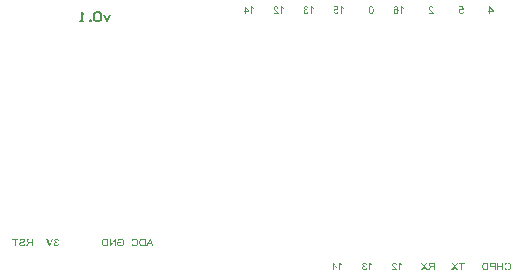
<source format=gbo>
G04 Layer_Color=32896*
%FSLAX44Y44*%
%MOMM*%
G71*
G01*
G75*
%ADD32C,0.1500*%
G36*
X120776Y-85093D02*
X120942Y-85102D01*
X121267Y-85143D01*
X121417Y-85177D01*
X121551Y-85210D01*
X121684Y-85243D01*
X121800Y-85285D01*
X121909Y-85318D01*
X122009Y-85360D01*
X122092Y-85393D01*
X122159Y-85418D01*
X122217Y-85452D01*
X122259Y-85468D01*
X122284Y-85477D01*
X122292Y-85485D01*
X122425Y-85560D01*
X122550Y-85652D01*
X122775Y-85835D01*
X122875Y-85935D01*
X122967Y-86035D01*
X123050Y-86135D01*
X123125Y-86235D01*
X123192Y-86326D01*
X123250Y-86410D01*
X123300Y-86485D01*
X123342Y-86551D01*
X123375Y-86610D01*
X123400Y-86651D01*
X123408Y-86676D01*
X123417Y-86685D01*
X123483Y-86834D01*
X123542Y-86993D01*
X123642Y-87301D01*
X123708Y-87593D01*
X123733Y-87734D01*
X123750Y-87859D01*
X123767Y-87984D01*
X123783Y-88093D01*
X123792Y-88193D01*
Y-88276D01*
X123800Y-88343D01*
Y-88392D01*
Y-88426D01*
Y-88434D01*
X123792Y-88609D01*
X123783Y-88776D01*
X123742Y-89101D01*
X123708Y-89251D01*
X123675Y-89384D01*
X123642Y-89517D01*
X123600Y-89642D01*
X123567Y-89750D01*
X123533Y-89850D01*
X123500Y-89934D01*
X123467Y-90009D01*
X123442Y-90067D01*
X123425Y-90109D01*
X123408Y-90134D01*
Y-90142D01*
X123334Y-90284D01*
X123250Y-90409D01*
X123159Y-90534D01*
X123059Y-90642D01*
X122967Y-90750D01*
X122867Y-90842D01*
X122775Y-90934D01*
X122684Y-91009D01*
X122592Y-91075D01*
X122517Y-91142D01*
X122442Y-91192D01*
X122375Y-91233D01*
X122325Y-91267D01*
X122284Y-91292D01*
X122259Y-91300D01*
X122250Y-91308D01*
X122100Y-91375D01*
X121951Y-91442D01*
X121659Y-91542D01*
X121367Y-91608D01*
X121234Y-91633D01*
X121101Y-91658D01*
X120984Y-91675D01*
X120876Y-91683D01*
X120776Y-91700D01*
X120693D01*
X120626Y-91708D01*
X120534D01*
X120276Y-91700D01*
X120026Y-91667D01*
X119793Y-91625D01*
X119584Y-91583D01*
X119501Y-91558D01*
X119418Y-91533D01*
X119343Y-91517D01*
X119284Y-91500D01*
X119235Y-91483D01*
X119201Y-91467D01*
X119176Y-91458D01*
X119168D01*
X118918Y-91358D01*
X118685Y-91233D01*
X118468Y-91117D01*
X118268Y-90992D01*
X118185Y-90934D01*
X118110Y-90884D01*
X118043Y-90842D01*
X117985Y-90800D01*
X117935Y-90767D01*
X117901Y-90742D01*
X117885Y-90725D01*
X117877Y-90717D01*
Y-88334D01*
X120592D01*
Y-89092D01*
X118710D01*
Y-90292D01*
X118826Y-90384D01*
X118951Y-90467D01*
X119085Y-90542D01*
X119209Y-90609D01*
X119326Y-90667D01*
X119426Y-90709D01*
X119459Y-90717D01*
X119484Y-90733D01*
X119501Y-90742D01*
X119509D01*
X119709Y-90808D01*
X119901Y-90858D01*
X120076Y-90900D01*
X120243Y-90925D01*
X120384Y-90942D01*
X120442D01*
X120492Y-90950D01*
X120584D01*
X120817Y-90942D01*
X121042Y-90908D01*
X121242Y-90867D01*
X121417Y-90808D01*
X121501Y-90784D01*
X121567Y-90758D01*
X121634Y-90742D01*
X121684Y-90717D01*
X121726Y-90700D01*
X121759Y-90684D01*
X121776Y-90675D01*
X121784D01*
X121984Y-90559D01*
X122150Y-90425D01*
X122300Y-90275D01*
X122417Y-90142D01*
X122509Y-90017D01*
X122550Y-89959D01*
X122575Y-89909D01*
X122600Y-89875D01*
X122617Y-89842D01*
X122634Y-89825D01*
Y-89817D01*
X122734Y-89592D01*
X122800Y-89351D01*
X122850Y-89109D01*
X122892Y-88884D01*
X122900Y-88784D01*
X122909Y-88684D01*
X122917Y-88601D01*
Y-88526D01*
X122925Y-88468D01*
Y-88426D01*
Y-88392D01*
Y-88384D01*
X122917Y-88126D01*
X122884Y-87884D01*
X122850Y-87668D01*
X122800Y-87476D01*
X122784Y-87393D01*
X122759Y-87318D01*
X122742Y-87251D01*
X122717Y-87193D01*
X122709Y-87151D01*
X122692Y-87118D01*
X122684Y-87101D01*
Y-87093D01*
X122625Y-86968D01*
X122559Y-86843D01*
X122492Y-86735D01*
X122434Y-86643D01*
X122375Y-86568D01*
X122325Y-86510D01*
X122292Y-86476D01*
X122284Y-86460D01*
X122184Y-86360D01*
X122067Y-86260D01*
X121951Y-86185D01*
X121842Y-86118D01*
X121750Y-86060D01*
X121667Y-86026D01*
X121617Y-86001D01*
X121609Y-85993D01*
X121601D01*
X121434Y-85935D01*
X121267Y-85885D01*
X121092Y-85851D01*
X120934Y-85835D01*
X120801Y-85818D01*
X120743D01*
X120693Y-85810D01*
X120592D01*
X120417Y-85818D01*
X120251Y-85835D01*
X120101Y-85868D01*
X119976Y-85893D01*
X119868Y-85926D01*
X119784Y-85960D01*
X119734Y-85976D01*
X119726Y-85985D01*
X119718D01*
X119576Y-86051D01*
X119451Y-86126D01*
X119343Y-86201D01*
X119260Y-86268D01*
X119193Y-86335D01*
X119143Y-86385D01*
X119109Y-86418D01*
X119101Y-86435D01*
X119026Y-86543D01*
X118951Y-86668D01*
X118893Y-86801D01*
X118843Y-86918D01*
X118801Y-87035D01*
X118768Y-87118D01*
X118760Y-87151D01*
X118751Y-87176D01*
X118743Y-87193D01*
Y-87201D01*
X117977Y-86993D01*
X118043Y-86760D01*
X118126Y-86551D01*
X118201Y-86376D01*
X118285Y-86226D01*
X118360Y-86101D01*
X118385Y-86051D01*
X118418Y-86018D01*
X118435Y-85985D01*
X118451Y-85960D01*
X118468Y-85951D01*
Y-85943D01*
X118593Y-85801D01*
X118735Y-85676D01*
X118885Y-85568D01*
X119026Y-85477D01*
X119151Y-85410D01*
X119201Y-85385D01*
X119251Y-85360D01*
X119293Y-85343D01*
X119318Y-85327D01*
X119334Y-85318D01*
X119343D01*
X119559Y-85243D01*
X119776Y-85185D01*
X119984Y-85143D01*
X120184Y-85110D01*
X120268Y-85102D01*
X120351Y-85093D01*
X120417D01*
X120484Y-85085D01*
X120601D01*
X120776Y-85093D01*
D02*
G37*
G36*
X282356Y111420D02*
X282464Y111270D01*
X282581Y111120D01*
X282689Y110995D01*
X282797Y110878D01*
X282881Y110795D01*
X282914Y110762D01*
X282939Y110737D01*
X282956Y110728D01*
X282964Y110720D01*
X283156Y110562D01*
X283347Y110420D01*
X283547Y110287D01*
X283722Y110178D01*
X283880Y110095D01*
X283947Y110054D01*
X284005Y110029D01*
X284047Y110004D01*
X284080Y109987D01*
X284105Y109970D01*
X284114D01*
Y109204D01*
X283972Y109262D01*
X283830Y109329D01*
X283689Y109395D01*
X283564Y109462D01*
X283456Y109520D01*
X283364Y109570D01*
X283330Y109587D01*
X283306Y109604D01*
X283297Y109612D01*
X283289D01*
X283122Y109712D01*
X282981Y109812D01*
X282847Y109904D01*
X282739Y109987D01*
X282656Y110054D01*
X282589Y110112D01*
X282556Y110145D01*
X282539Y110154D01*
Y105147D01*
X281756D01*
Y111578D01*
X282264D01*
X282356Y111420D01*
D02*
G37*
G36*
X110162Y-91600D02*
X107854D01*
X107646Y-91592D01*
X107446Y-91583D01*
X107271Y-91567D01*
X107121Y-91542D01*
X106996Y-91525D01*
X106946Y-91517D01*
X106904Y-91508D01*
X106871Y-91500D01*
X106846D01*
X106838Y-91492D01*
X106829D01*
X106671Y-91450D01*
X106521Y-91400D01*
X106388Y-91342D01*
X106279Y-91292D01*
X106188Y-91250D01*
X106121Y-91208D01*
X106080Y-91183D01*
X106063Y-91175D01*
X105946Y-91083D01*
X105830Y-90992D01*
X105730Y-90892D01*
X105646Y-90800D01*
X105571Y-90717D01*
X105521Y-90650D01*
X105480Y-90609D01*
X105471Y-90592D01*
X105380Y-90450D01*
X105288Y-90292D01*
X105213Y-90134D01*
X105155Y-89984D01*
X105105Y-89859D01*
X105088Y-89801D01*
X105071Y-89750D01*
X105055Y-89717D01*
X105047Y-89684D01*
X105038Y-89667D01*
Y-89659D01*
X104980Y-89442D01*
X104938Y-89217D01*
X104905Y-89001D01*
X104888Y-88801D01*
X104880Y-88709D01*
X104872Y-88626D01*
Y-88551D01*
X104863Y-88492D01*
Y-88434D01*
Y-88401D01*
Y-88376D01*
Y-88368D01*
X104872Y-88059D01*
X104905Y-87768D01*
X104922Y-87634D01*
X104946Y-87509D01*
X104972Y-87393D01*
X104988Y-87284D01*
X105013Y-87184D01*
X105038Y-87101D01*
X105063Y-87026D01*
X105080Y-86959D01*
X105097Y-86910D01*
X105113Y-86876D01*
X105121Y-86851D01*
Y-86843D01*
X105221Y-86601D01*
X105346Y-86393D01*
X105471Y-86201D01*
X105596Y-86043D01*
X105655Y-85976D01*
X105705Y-85918D01*
X105755Y-85868D01*
X105796Y-85827D01*
X105830Y-85793D01*
X105855Y-85768D01*
X105871Y-85760D01*
X105880Y-85751D01*
X106030Y-85635D01*
X106188Y-85535D01*
X106346Y-85460D01*
X106496Y-85393D01*
X106621Y-85352D01*
X106679Y-85335D01*
X106729Y-85318D01*
X106763Y-85310D01*
X106796Y-85302D01*
X106813Y-85293D01*
X106821D01*
X106979Y-85260D01*
X107163Y-85235D01*
X107354Y-85218D01*
X107537Y-85202D01*
X107696D01*
X107771Y-85193D01*
X110162D01*
Y-91600D01*
D02*
G37*
G36*
X304998Y108179D02*
X304257Y108071D01*
X304190Y108171D01*
X304115Y108254D01*
X304032Y108337D01*
X303957Y108396D01*
X303890Y108454D01*
X303840Y108487D01*
X303807Y108512D01*
X303790Y108521D01*
X303673Y108579D01*
X303549Y108629D01*
X303432Y108662D01*
X303332Y108679D01*
X303232Y108696D01*
X303165Y108704D01*
X302982D01*
X302882Y108687D01*
X302682Y108646D01*
X302516Y108579D01*
X302374Y108512D01*
X302257Y108437D01*
X302174Y108371D01*
X302149Y108346D01*
X302124Y108329D01*
X302107Y108321D01*
Y108312D01*
X302041Y108237D01*
X301982Y108154D01*
X301891Y107979D01*
X301824Y107804D01*
X301782Y107629D01*
X301749Y107479D01*
X301741Y107413D01*
Y107354D01*
X301732Y107313D01*
Y107279D01*
Y107254D01*
Y107246D01*
Y107113D01*
X301749Y106996D01*
X301791Y106771D01*
X301857Y106580D01*
X301924Y106413D01*
X301966Y106346D01*
X301999Y106288D01*
X302032Y106230D01*
X302066Y106188D01*
X302091Y106155D01*
X302107Y106130D01*
X302116Y106121D01*
X302124Y106113D01*
X302199Y106038D01*
X302274Y105971D01*
X302357Y105913D01*
X302440Y105871D01*
X302599Y105788D01*
X302757Y105738D01*
X302890Y105713D01*
X302949Y105705D01*
X302990Y105696D01*
X303032Y105688D01*
X303090D01*
X303265Y105705D01*
X303415Y105738D01*
X303557Y105780D01*
X303673Y105838D01*
X303765Y105888D01*
X303840Y105938D01*
X303882Y105971D01*
X303899Y105980D01*
X304007Y106105D01*
X304098Y106246D01*
X304173Y106396D01*
X304232Y106546D01*
X304265Y106671D01*
X304282Y106729D01*
X304298Y106779D01*
X304307Y106821D01*
Y106854D01*
X304315Y106871D01*
Y106879D01*
X305140Y106821D01*
X305123Y106671D01*
X305090Y106530D01*
X305056Y106404D01*
X305007Y106279D01*
X304965Y106163D01*
X304907Y106055D01*
X304856Y105955D01*
X304798Y105871D01*
X304748Y105788D01*
X304690Y105721D01*
X304648Y105663D01*
X304598Y105613D01*
X304565Y105571D01*
X304540Y105546D01*
X304523Y105530D01*
X304515Y105521D01*
X304407Y105438D01*
X304298Y105363D01*
X304182Y105296D01*
X304057Y105246D01*
X303940Y105197D01*
X303824Y105155D01*
X303598Y105097D01*
X303490Y105080D01*
X303399Y105063D01*
X303307Y105055D01*
X303232Y105047D01*
X303174Y105038D01*
X303090D01*
X302899Y105047D01*
X302715Y105071D01*
X302540Y105113D01*
X302374Y105163D01*
X302224Y105222D01*
X302091Y105280D01*
X301966Y105355D01*
X301849Y105430D01*
X301749Y105496D01*
X301657Y105571D01*
X301582Y105630D01*
X301524Y105696D01*
X301474Y105738D01*
X301432Y105780D01*
X301416Y105805D01*
X301407Y105813D01*
X301316Y105938D01*
X301241Y106063D01*
X301174Y106188D01*
X301116Y106313D01*
X301066Y106438D01*
X301024Y106563D01*
X300966Y106804D01*
X300941Y106904D01*
X300924Y107004D01*
X300916Y107096D01*
X300908Y107171D01*
X300899Y107229D01*
Y107271D01*
Y107304D01*
Y107313D01*
X300908Y107479D01*
X300924Y107638D01*
X300949Y107788D01*
X300991Y107937D01*
X301033Y108071D01*
X301082Y108187D01*
X301133Y108304D01*
X301191Y108404D01*
X301241Y108496D01*
X301299Y108579D01*
X301349Y108646D01*
X301391Y108704D01*
X301432Y108754D01*
X301457Y108787D01*
X301474Y108804D01*
X301482Y108812D01*
X301591Y108912D01*
X301707Y109004D01*
X301824Y109079D01*
X301941Y109154D01*
X302066Y109204D01*
X302182Y109254D01*
X302290Y109295D01*
X302399Y109320D01*
X302507Y109345D01*
X302599Y109362D01*
X302682Y109379D01*
X302749Y109387D01*
X302807Y109395D01*
X302890D01*
X303007Y109387D01*
X303124Y109379D01*
X303349Y109329D01*
X303549Y109270D01*
X303732Y109195D01*
X303815Y109154D01*
X303882Y109121D01*
X303948Y109079D01*
X303998Y109054D01*
X304040Y109029D01*
X304073Y109004D01*
X304090Y108996D01*
X304098Y108987D01*
X303757Y110720D01*
X301199D01*
Y111470D01*
X304382D01*
X304998Y108179D01*
D02*
G37*
G36*
X277882Y111570D02*
X278015Y111561D01*
X278265Y111511D01*
X278482Y111437D01*
X278573Y111395D01*
X278665Y111362D01*
X278740Y111320D01*
X278815Y111278D01*
X278873Y111237D01*
X278923Y111203D01*
X278965Y111178D01*
X278990Y111153D01*
X279007Y111145D01*
X279015Y111137D01*
X279107Y111053D01*
X279190Y110962D01*
X279332Y110762D01*
X279440Y110562D01*
X279531Y110370D01*
X279565Y110279D01*
X279590Y110195D01*
X279615Y110112D01*
X279632Y110054D01*
X279648Y109995D01*
X279657Y109954D01*
X279665Y109929D01*
Y109920D01*
X278882Y109779D01*
X278840Y109979D01*
X278790Y110154D01*
X278723Y110303D01*
X278657Y110420D01*
X278598Y110520D01*
X278548Y110587D01*
X278515Y110620D01*
X278498Y110637D01*
X278374Y110737D01*
X278249Y110803D01*
X278115Y110853D01*
X277999Y110895D01*
X277890Y110912D01*
X277799Y110920D01*
X277765Y110928D01*
X277724D01*
X277557Y110920D01*
X277415Y110887D01*
X277282Y110837D01*
X277174Y110787D01*
X277090Y110728D01*
X277024Y110687D01*
X276991Y110653D01*
X276974Y110637D01*
X276874Y110528D01*
X276799Y110403D01*
X276749Y110287D01*
X276707Y110178D01*
X276691Y110079D01*
X276682Y110004D01*
X276674Y109945D01*
Y109937D01*
Y109929D01*
X276682Y109829D01*
X276691Y109737D01*
X276741Y109570D01*
X276799Y109429D01*
X276874Y109312D01*
X276949Y109229D01*
X277015Y109162D01*
X277066Y109129D01*
X277074Y109112D01*
X277082D01*
X277232Y109029D01*
X277390Y108962D01*
X277540Y108920D01*
X277682Y108887D01*
X277799Y108870D01*
X277899Y108862D01*
X277932Y108854D01*
X278024D01*
X278065Y108862D01*
X278090Y108870D01*
X278107D01*
X278199Y108179D01*
X278082Y108204D01*
X277974Y108229D01*
X277874Y108246D01*
X277790Y108254D01*
X277732Y108262D01*
X277640D01*
X277440Y108246D01*
X277265Y108204D01*
X277115Y108154D01*
X276982Y108087D01*
X276882Y108021D01*
X276807Y107971D01*
X276757Y107929D01*
X276741Y107913D01*
X276674Y107846D01*
X276624Y107771D01*
X276532Y107629D01*
X276466Y107479D01*
X276424Y107338D01*
X276399Y107213D01*
X276391Y107154D01*
Y107113D01*
X276382Y107071D01*
Y107046D01*
Y107029D01*
Y107021D01*
Y106921D01*
X276399Y106821D01*
X276441Y106638D01*
X276507Y106471D01*
X276574Y106338D01*
X276641Y106221D01*
X276707Y106138D01*
X276732Y106113D01*
X276749Y106088D01*
X276757Y106080D01*
X276766Y106071D01*
X276840Y106005D01*
X276915Y105946D01*
X277074Y105846D01*
X277232Y105780D01*
X277382Y105738D01*
X277507Y105705D01*
X277565Y105696D01*
X277615D01*
X277649Y105688D01*
X277707D01*
X277874Y105705D01*
X278032Y105738D01*
X278165Y105780D01*
X278282Y105838D01*
X278382Y105888D01*
X278449Y105938D01*
X278490Y105971D01*
X278507Y105980D01*
X278565Y106038D01*
X278615Y106105D01*
X278707Y106263D01*
X278790Y106421D01*
X278848Y106580D01*
X278898Y106729D01*
X278915Y106788D01*
X278932Y106846D01*
X278940Y106888D01*
X278948Y106921D01*
X278957Y106946D01*
Y106954D01*
X279740Y106846D01*
X279723Y106696D01*
X279690Y106554D01*
X279657Y106430D01*
X279606Y106305D01*
X279557Y106188D01*
X279506Y106080D01*
X279448Y105980D01*
X279398Y105888D01*
X279340Y105813D01*
X279290Y105738D01*
X279240Y105680D01*
X279198Y105630D01*
X279157Y105588D01*
X279132Y105563D01*
X279115Y105546D01*
X279107Y105538D01*
X278998Y105446D01*
X278890Y105371D01*
X278773Y105305D01*
X278648Y105246D01*
X278532Y105205D01*
X278415Y105163D01*
X278199Y105105D01*
X278099Y105080D01*
X277999Y105063D01*
X277915Y105055D01*
X277849Y105047D01*
X277790Y105038D01*
X277707D01*
X277532Y105047D01*
X277374Y105063D01*
X277215Y105088D01*
X277074Y105130D01*
X276932Y105171D01*
X276807Y105222D01*
X276691Y105272D01*
X276582Y105330D01*
X276491Y105380D01*
X276407Y105430D01*
X276332Y105480D01*
X276274Y105521D01*
X276224Y105563D01*
X276191Y105588D01*
X276174Y105605D01*
X276166Y105613D01*
X276057Y105721D01*
X275966Y105838D01*
X275882Y105963D01*
X275807Y106080D01*
X275749Y106205D01*
X275699Y106321D01*
X275658Y106438D01*
X275624Y106546D01*
X275599Y106646D01*
X275583Y106738D01*
X275566Y106821D01*
X275557Y106896D01*
X275549Y106954D01*
Y107004D01*
Y107029D01*
Y107038D01*
X275566Y107263D01*
X275599Y107454D01*
X275649Y107629D01*
X275707Y107779D01*
X275766Y107904D01*
X275791Y107946D01*
X275816Y107987D01*
X275833Y108021D01*
X275849Y108046D01*
X275866Y108054D01*
Y108062D01*
X275991Y108204D01*
X276141Y108321D01*
X276282Y108421D01*
X276424Y108496D01*
X276549Y108546D01*
X276607Y108571D01*
X276657Y108587D01*
X276691Y108596D01*
X276724Y108604D01*
X276741Y108612D01*
X276749D01*
X276599Y108696D01*
X276466Y108779D01*
X276349Y108870D01*
X276257Y108962D01*
X276182Y109037D01*
X276132Y109095D01*
X276099Y109137D01*
X276091Y109154D01*
X276016Y109287D01*
X275957Y109420D01*
X275924Y109545D01*
X275891Y109662D01*
X275874Y109762D01*
X275866Y109845D01*
Y109895D01*
Y109904D01*
Y109912D01*
X275874Y110070D01*
X275899Y110220D01*
X275941Y110362D01*
X275982Y110487D01*
X276032Y110587D01*
X276066Y110670D01*
X276099Y110720D01*
X276107Y110728D01*
Y110737D01*
X276199Y110878D01*
X276307Y110995D01*
X276424Y111103D01*
X276532Y111195D01*
X276632Y111262D01*
X276707Y111312D01*
X276741Y111328D01*
X276766Y111345D01*
X276774Y111353D01*
X276782D01*
X276949Y111428D01*
X277115Y111487D01*
X277274Y111520D01*
X277424Y111553D01*
X277549Y111570D01*
X277607D01*
X277649Y111578D01*
X277740D01*
X277882Y111570D01*
D02*
G37*
G36*
X37669Y-85093D02*
X37894Y-85118D01*
X38094Y-85160D01*
X38269Y-85193D01*
X38344Y-85218D01*
X38410Y-85235D01*
X38469Y-85260D01*
X38519Y-85277D01*
X38560Y-85285D01*
X38585Y-85302D01*
X38602Y-85310D01*
X38610D01*
X38793Y-85402D01*
X38960Y-85502D01*
X39093Y-85610D01*
X39210Y-85710D01*
X39293Y-85801D01*
X39360Y-85885D01*
X39393Y-85935D01*
X39410Y-85943D01*
Y-85951D01*
X39502Y-86110D01*
X39568Y-86268D01*
X39618Y-86418D01*
X39652Y-86560D01*
X39668Y-86685D01*
X39677Y-86776D01*
X39685Y-86810D01*
Y-86834D01*
Y-86851D01*
Y-86860D01*
X39677Y-87018D01*
X39652Y-87168D01*
X39618Y-87309D01*
X39577Y-87426D01*
X39535Y-87526D01*
X39502Y-87593D01*
X39477Y-87643D01*
X39468Y-87651D01*
Y-87659D01*
X39377Y-87784D01*
X39268Y-87901D01*
X39152Y-88001D01*
X39044Y-88084D01*
X38944Y-88159D01*
X38860Y-88209D01*
X38827Y-88226D01*
X38802Y-88243D01*
X38793Y-88251D01*
X38785D01*
X38710Y-88284D01*
X38627Y-88326D01*
X38444Y-88392D01*
X38235Y-88468D01*
X38035Y-88526D01*
X37844Y-88584D01*
X37769Y-88601D01*
X37694Y-88626D01*
X37636Y-88634D01*
X37594Y-88651D01*
X37561Y-88659D01*
X37552D01*
X37394Y-88701D01*
X37252Y-88734D01*
X37119Y-88767D01*
X37002Y-88792D01*
X36894Y-88826D01*
X36802Y-88851D01*
X36719Y-88867D01*
X36652Y-88892D01*
X36586Y-88909D01*
X36536Y-88926D01*
X36494Y-88934D01*
X36461Y-88951D01*
X36428Y-88959D01*
X36411Y-88967D01*
X36269Y-89026D01*
X36153Y-89092D01*
X36053Y-89151D01*
X35969Y-89209D01*
X35911Y-89259D01*
X35869Y-89301D01*
X35844Y-89334D01*
X35836Y-89342D01*
X35778Y-89426D01*
X35728Y-89517D01*
X35694Y-89609D01*
X35678Y-89692D01*
X35661Y-89759D01*
X35653Y-89817D01*
Y-89850D01*
Y-89867D01*
X35661Y-89975D01*
X35678Y-90075D01*
X35711Y-90167D01*
X35744Y-90250D01*
X35778Y-90317D01*
X35811Y-90375D01*
X35828Y-90409D01*
X35836Y-90417D01*
X35911Y-90509D01*
X36003Y-90584D01*
X36094Y-90650D01*
X36186Y-90709D01*
X36269Y-90750D01*
X36336Y-90784D01*
X36377Y-90800D01*
X36386Y-90808D01*
X36394D01*
X36536Y-90858D01*
X36677Y-90892D01*
X36827Y-90917D01*
X36952Y-90934D01*
X37069Y-90942D01*
X37161Y-90950D01*
X37244D01*
X37444Y-90942D01*
X37627Y-90925D01*
X37794Y-90892D01*
X37935Y-90858D01*
X38060Y-90825D01*
X38110Y-90808D01*
X38152Y-90792D01*
X38185Y-90784D01*
X38210Y-90775D01*
X38219Y-90767D01*
X38227D01*
X38377Y-90692D01*
X38510Y-90609D01*
X38619Y-90525D01*
X38710Y-90442D01*
X38777Y-90375D01*
X38827Y-90317D01*
X38860Y-90284D01*
X38869Y-90267D01*
X38935Y-90142D01*
X38993Y-90009D01*
X39044Y-89875D01*
X39077Y-89750D01*
X39102Y-89634D01*
X39118Y-89551D01*
Y-89517D01*
X39127Y-89492D01*
Y-89475D01*
Y-89467D01*
X39927Y-89534D01*
X39910Y-89767D01*
X39868Y-89992D01*
X39810Y-90184D01*
X39743Y-90359D01*
X39710Y-90434D01*
X39685Y-90500D01*
X39652Y-90550D01*
X39627Y-90600D01*
X39610Y-90642D01*
X39593Y-90667D01*
X39577Y-90684D01*
Y-90692D01*
X39443Y-90867D01*
X39293Y-91025D01*
X39144Y-91158D01*
X38993Y-91267D01*
X38860Y-91350D01*
X38802Y-91383D01*
X38760Y-91408D01*
X38719Y-91433D01*
X38685Y-91450D01*
X38669Y-91458D01*
X38660D01*
X38427Y-91542D01*
X38185Y-91600D01*
X37935Y-91650D01*
X37710Y-91675D01*
X37602Y-91683D01*
X37510Y-91692D01*
X37419Y-91700D01*
X37344D01*
X37286Y-91708D01*
X37202D01*
X36952Y-91700D01*
X36719Y-91667D01*
X36511Y-91625D01*
X36336Y-91583D01*
X36253Y-91558D01*
X36186Y-91533D01*
X36128Y-91517D01*
X36069Y-91500D01*
X36036Y-91483D01*
X36003Y-91467D01*
X35986Y-91458D01*
X35978D01*
X35786Y-91358D01*
X35611Y-91242D01*
X35469Y-91125D01*
X35353Y-91017D01*
X35261Y-90917D01*
X35186Y-90834D01*
X35169Y-90800D01*
X35153Y-90775D01*
X35136Y-90767D01*
Y-90758D01*
X35036Y-90592D01*
X34961Y-90417D01*
X34911Y-90259D01*
X34870Y-90109D01*
X34853Y-89984D01*
X34845Y-89934D01*
Y-89884D01*
X34836Y-89850D01*
Y-89825D01*
Y-89809D01*
Y-89801D01*
X34845Y-89609D01*
X34878Y-89442D01*
X34920Y-89284D01*
X34969Y-89151D01*
X35028Y-89042D01*
X35069Y-88959D01*
X35086Y-88934D01*
X35103Y-88909D01*
X35111Y-88901D01*
Y-88892D01*
X35220Y-88751D01*
X35353Y-88617D01*
X35486Y-88509D01*
X35619Y-88409D01*
X35744Y-88334D01*
X35844Y-88284D01*
X35886Y-88259D01*
X35911Y-88243D01*
X35928Y-88234D01*
X35936D01*
X36011Y-88201D01*
X36103Y-88167D01*
X36211Y-88134D01*
X36319Y-88093D01*
X36553Y-88026D01*
X36786Y-87968D01*
X36902Y-87934D01*
X37002Y-87909D01*
X37102Y-87884D01*
X37186Y-87868D01*
X37252Y-87851D01*
X37311Y-87834D01*
X37344Y-87826D01*
X37352D01*
X37536Y-87784D01*
X37702Y-87743D01*
X37852Y-87701D01*
X37985Y-87659D01*
X38102Y-87618D01*
X38202Y-87584D01*
X38294Y-87543D01*
X38377Y-87509D01*
X38435Y-87484D01*
X38494Y-87459D01*
X38535Y-87434D01*
X38569Y-87409D01*
X38594Y-87401D01*
X38610Y-87384D01*
X38627Y-87376D01*
X38710Y-87284D01*
X38769Y-87193D01*
X38810Y-87101D01*
X38835Y-87009D01*
X38852Y-86926D01*
X38869Y-86868D01*
Y-86826D01*
Y-86810D01*
X38852Y-86668D01*
X38810Y-86535D01*
X38760Y-86418D01*
X38694Y-86318D01*
X38627Y-86235D01*
X38577Y-86176D01*
X38535Y-86143D01*
X38519Y-86126D01*
X38452Y-86076D01*
X38369Y-86035D01*
X38194Y-85960D01*
X38010Y-85910D01*
X37827Y-85877D01*
X37661Y-85860D01*
X37594Y-85851D01*
X37527Y-85843D01*
X37269D01*
X37144Y-85860D01*
X37027Y-85868D01*
X36919Y-85893D01*
X36819Y-85918D01*
X36727Y-85943D01*
X36644Y-85968D01*
X36569Y-85993D01*
X36511Y-86026D01*
X36453Y-86051D01*
X36402Y-86076D01*
X36361Y-86101D01*
X36336Y-86126D01*
X36311Y-86135D01*
X36294Y-86151D01*
X36161Y-86276D01*
X36061Y-86426D01*
X35986Y-86576D01*
X35928Y-86718D01*
X35886Y-86851D01*
X35869Y-86910D01*
X35861Y-86959D01*
X35853Y-87001D01*
X35844Y-87035D01*
Y-87051D01*
Y-87059D01*
X35028Y-87001D01*
X35045Y-86801D01*
X35086Y-86610D01*
X35136Y-86443D01*
X35194Y-86293D01*
X35253Y-86168D01*
X35278Y-86118D01*
X35294Y-86076D01*
X35319Y-86043D01*
X35328Y-86018D01*
X35344Y-86010D01*
Y-86001D01*
X35461Y-85843D01*
X35603Y-85702D01*
X35736Y-85585D01*
X35878Y-85493D01*
X35994Y-85418D01*
X36094Y-85360D01*
X36136Y-85343D01*
X36161Y-85327D01*
X36178Y-85318D01*
X36186D01*
X36394Y-85243D01*
X36611Y-85185D01*
X36819Y-85143D01*
X37011Y-85110D01*
X37102Y-85102D01*
X37186Y-85093D01*
X37252D01*
X37319Y-85085D01*
X37436D01*
X37669Y-85093D01*
D02*
G37*
G36*
X34161Y-85951D02*
X32054D01*
Y-91600D01*
X31204D01*
Y-85951D01*
X29096D01*
Y-85193D01*
X34161D01*
Y-85951D01*
D02*
G37*
G36*
X66542Y-85177D02*
X66675Y-85185D01*
X66925Y-85235D01*
X67142Y-85310D01*
X67234Y-85352D01*
X67325Y-85385D01*
X67400Y-85427D01*
X67475Y-85468D01*
X67533Y-85510D01*
X67583Y-85543D01*
X67625Y-85568D01*
X67650Y-85593D01*
X67667Y-85602D01*
X67675Y-85610D01*
X67767Y-85693D01*
X67850Y-85785D01*
X67992Y-85985D01*
X68100Y-86185D01*
X68192Y-86376D01*
X68225Y-86468D01*
X68250Y-86551D01*
X68275Y-86635D01*
X68292Y-86693D01*
X68308Y-86751D01*
X68317Y-86793D01*
X68325Y-86818D01*
Y-86826D01*
X67542Y-86968D01*
X67500Y-86768D01*
X67450Y-86593D01*
X67384Y-86443D01*
X67317Y-86326D01*
X67259Y-86226D01*
X67209Y-86160D01*
X67175Y-86126D01*
X67159Y-86110D01*
X67034Y-86010D01*
X66909Y-85943D01*
X66775Y-85893D01*
X66659Y-85851D01*
X66550Y-85835D01*
X66459Y-85827D01*
X66425Y-85818D01*
X66384D01*
X66217Y-85827D01*
X66076Y-85860D01*
X65942Y-85910D01*
X65834Y-85960D01*
X65751Y-86018D01*
X65684Y-86060D01*
X65651Y-86093D01*
X65634Y-86110D01*
X65534Y-86218D01*
X65459Y-86343D01*
X65409Y-86460D01*
X65367Y-86568D01*
X65351Y-86668D01*
X65342Y-86743D01*
X65334Y-86801D01*
Y-86810D01*
Y-86818D01*
X65342Y-86918D01*
X65351Y-87009D01*
X65401Y-87176D01*
X65459Y-87318D01*
X65534Y-87434D01*
X65609Y-87518D01*
X65676Y-87584D01*
X65726Y-87618D01*
X65734Y-87634D01*
X65742D01*
X65892Y-87718D01*
X66051Y-87784D01*
X66201Y-87826D01*
X66342Y-87859D01*
X66459Y-87876D01*
X66559Y-87884D01*
X66592Y-87893D01*
X66684D01*
X66725Y-87884D01*
X66750Y-87876D01*
X66767D01*
X66859Y-88567D01*
X66742Y-88542D01*
X66634Y-88518D01*
X66534Y-88501D01*
X66451Y-88492D01*
X66392Y-88484D01*
X66301D01*
X66101Y-88501D01*
X65926Y-88542D01*
X65776Y-88592D01*
X65642Y-88659D01*
X65542Y-88726D01*
X65467Y-88776D01*
X65417Y-88817D01*
X65401Y-88834D01*
X65334Y-88901D01*
X65284Y-88976D01*
X65192Y-89117D01*
X65126Y-89267D01*
X65084Y-89409D01*
X65059Y-89534D01*
X65051Y-89592D01*
Y-89634D01*
X65043Y-89676D01*
Y-89700D01*
Y-89717D01*
Y-89726D01*
Y-89825D01*
X65059Y-89925D01*
X65101Y-90109D01*
X65167Y-90275D01*
X65234Y-90409D01*
X65301Y-90525D01*
X65367Y-90609D01*
X65392Y-90634D01*
X65409Y-90659D01*
X65417Y-90667D01*
X65426Y-90675D01*
X65501Y-90742D01*
X65576Y-90800D01*
X65734Y-90900D01*
X65892Y-90967D01*
X66042Y-91009D01*
X66167Y-91042D01*
X66226Y-91050D01*
X66276D01*
X66309Y-91059D01*
X66367D01*
X66534Y-91042D01*
X66692Y-91009D01*
X66825Y-90967D01*
X66942Y-90908D01*
X67042Y-90858D01*
X67109Y-90808D01*
X67150Y-90775D01*
X67167Y-90767D01*
X67225Y-90709D01*
X67275Y-90642D01*
X67367Y-90484D01*
X67450Y-90325D01*
X67509Y-90167D01*
X67558Y-90017D01*
X67575Y-89959D01*
X67592Y-89900D01*
X67600Y-89859D01*
X67608Y-89825D01*
X67617Y-89801D01*
Y-89792D01*
X68400Y-89900D01*
X68383Y-90050D01*
X68350Y-90192D01*
X68317Y-90317D01*
X68267Y-90442D01*
X68217Y-90559D01*
X68167Y-90667D01*
X68108Y-90767D01*
X68058Y-90858D01*
X68000Y-90934D01*
X67950Y-91009D01*
X67900Y-91067D01*
X67859Y-91117D01*
X67817Y-91158D01*
X67792Y-91183D01*
X67775Y-91200D01*
X67767Y-91208D01*
X67659Y-91300D01*
X67550Y-91375D01*
X67434Y-91442D01*
X67309Y-91500D01*
X67192Y-91542D01*
X67075Y-91583D01*
X66859Y-91642D01*
X66759Y-91667D01*
X66659Y-91683D01*
X66575Y-91692D01*
X66509Y-91700D01*
X66451Y-91708D01*
X66367D01*
X66192Y-91700D01*
X66034Y-91683D01*
X65876Y-91658D01*
X65734Y-91617D01*
X65592Y-91575D01*
X65467Y-91525D01*
X65351Y-91475D01*
X65243Y-91417D01*
X65151Y-91367D01*
X65068Y-91317D01*
X64992Y-91267D01*
X64934Y-91225D01*
X64884Y-91183D01*
X64851Y-91158D01*
X64834Y-91142D01*
X64826Y-91133D01*
X64718Y-91025D01*
X64626Y-90908D01*
X64543Y-90784D01*
X64468Y-90667D01*
X64409Y-90542D01*
X64359Y-90425D01*
X64318Y-90309D01*
X64284Y-90200D01*
X64259Y-90100D01*
X64243Y-90009D01*
X64226Y-89925D01*
X64218Y-89850D01*
X64209Y-89792D01*
Y-89742D01*
Y-89717D01*
Y-89709D01*
X64226Y-89484D01*
X64259Y-89292D01*
X64309Y-89117D01*
X64368Y-88967D01*
X64426Y-88842D01*
X64451Y-88801D01*
X64476Y-88759D01*
X64493Y-88726D01*
X64509Y-88701D01*
X64526Y-88692D01*
Y-88684D01*
X64651Y-88542D01*
X64801Y-88426D01*
X64942Y-88326D01*
X65084Y-88251D01*
X65209Y-88201D01*
X65268Y-88176D01*
X65317Y-88159D01*
X65351Y-88151D01*
X65384Y-88142D01*
X65401Y-88134D01*
X65409D01*
X65259Y-88051D01*
X65126Y-87968D01*
X65009Y-87876D01*
X64917Y-87784D01*
X64843Y-87709D01*
X64793Y-87651D01*
X64759Y-87609D01*
X64751Y-87593D01*
X64676Y-87459D01*
X64618Y-87326D01*
X64584Y-87201D01*
X64551Y-87085D01*
X64534Y-86985D01*
X64526Y-86901D01*
Y-86851D01*
Y-86843D01*
Y-86834D01*
X64534Y-86676D01*
X64559Y-86526D01*
X64601Y-86385D01*
X64643Y-86260D01*
X64693Y-86160D01*
X64726Y-86076D01*
X64759Y-86026D01*
X64768Y-86018D01*
Y-86010D01*
X64859Y-85868D01*
X64967Y-85751D01*
X65084Y-85643D01*
X65192Y-85552D01*
X65293Y-85485D01*
X65367Y-85435D01*
X65401Y-85418D01*
X65426Y-85402D01*
X65434Y-85393D01*
X65442D01*
X65609Y-85318D01*
X65776Y-85260D01*
X65934Y-85227D01*
X66084Y-85193D01*
X66209Y-85177D01*
X66267D01*
X66309Y-85168D01*
X66400D01*
X66542Y-85177D01*
D02*
G37*
G36*
X116635Y-91600D02*
X115819D01*
Y-86576D01*
X112461Y-91600D01*
X111587D01*
Y-85193D01*
X112403D01*
Y-90225D01*
X115769Y-85193D01*
X116635D01*
Y-91600D01*
D02*
G37*
G36*
X61285D02*
X60402D01*
X57903Y-85193D01*
X58761D01*
X60494Y-89850D01*
X60569Y-90042D01*
X60635Y-90234D01*
X60694Y-90417D01*
X60744Y-90575D01*
X60785Y-90709D01*
X60802Y-90758D01*
X60819Y-90808D01*
X60827Y-90850D01*
X60835Y-90875D01*
X60844Y-90892D01*
Y-90900D01*
X60894Y-90717D01*
X60952Y-90525D01*
X61010Y-90350D01*
X61060Y-90192D01*
X61110Y-90050D01*
X61127Y-89992D01*
X61143Y-89942D01*
X61160Y-89909D01*
X61168Y-89875D01*
X61177Y-89859D01*
Y-89850D01*
X62843Y-85193D01*
X63768D01*
X61285Y-91600D01*
D02*
G37*
G36*
X383647Y111570D02*
X383806Y111561D01*
X383956Y111537D01*
X384089Y111503D01*
X384222Y111470D01*
X384339Y111428D01*
X384447Y111387D01*
X384547Y111345D01*
X384639Y111295D01*
X384714Y111253D01*
X384781Y111212D01*
X384839Y111178D01*
X384881Y111145D01*
X384914Y111120D01*
X384930Y111112D01*
X384939Y111103D01*
X385039Y111012D01*
X385122Y110912D01*
X385197Y110803D01*
X385264Y110687D01*
X385322Y110578D01*
X385372Y110462D01*
X385447Y110237D01*
X385480Y110137D01*
X385505Y110037D01*
X385522Y109954D01*
X385539Y109879D01*
X385547Y109812D01*
Y109770D01*
X385555Y109737D01*
Y109729D01*
X384747Y109645D01*
X384731Y109862D01*
X384697Y110045D01*
X384639Y110204D01*
X384572Y110345D01*
X384514Y110445D01*
X384456Y110528D01*
X384422Y110570D01*
X384406Y110587D01*
X384272Y110703D01*
X384122Y110787D01*
X383964Y110845D01*
X383823Y110887D01*
X383698Y110912D01*
X383639Y110920D01*
X383589D01*
X383556Y110928D01*
X383498D01*
X383306Y110912D01*
X383131Y110878D01*
X382981Y110828D01*
X382856Y110770D01*
X382756Y110703D01*
X382681Y110653D01*
X382640Y110620D01*
X382623Y110603D01*
X382506Y110478D01*
X382423Y110345D01*
X382365Y110220D01*
X382323Y110095D01*
X382298Y109987D01*
X382290Y109895D01*
X382281Y109862D01*
Y109845D01*
Y109829D01*
Y109820D01*
Y109737D01*
X382298Y109654D01*
X382340Y109479D01*
X382398Y109320D01*
X382464Y109179D01*
X382539Y109054D01*
X382573Y109004D01*
X382598Y108954D01*
X382623Y108920D01*
X382640Y108896D01*
X382648Y108879D01*
X382656Y108870D01*
X382731Y108771D01*
X382823Y108671D01*
X382923Y108562D01*
X383031Y108446D01*
X383264Y108221D01*
X383498Y108004D01*
X383606Y107904D01*
X383714Y107812D01*
X383814Y107729D01*
X383898Y107654D01*
X383964Y107596D01*
X384022Y107554D01*
X384056Y107521D01*
X384064Y107513D01*
X384306Y107313D01*
X384514Y107129D01*
X384689Y106963D01*
X384831Y106821D01*
X384947Y106704D01*
X385031Y106613D01*
X385056Y106580D01*
X385080Y106554D01*
X385089Y106546D01*
X385097Y106538D01*
X385222Y106379D01*
X385330Y106230D01*
X385414Y106088D01*
X385489Y105955D01*
X385547Y105846D01*
X385580Y105763D01*
X385597Y105730D01*
X385605Y105705D01*
X385614Y105696D01*
Y105688D01*
X385647Y105588D01*
X385672Y105496D01*
X385689Y105405D01*
X385697Y105322D01*
X385705Y105246D01*
Y105197D01*
Y105163D01*
Y105147D01*
X381465D01*
Y105905D01*
X384614D01*
X384506Y106055D01*
X384447Y106130D01*
X384397Y106188D01*
X384347Y106246D01*
X384314Y106288D01*
X384289Y106313D01*
X384281Y106321D01*
X384239Y106363D01*
X384181Y106421D01*
X384122Y106480D01*
X384056Y106538D01*
X383906Y106671D01*
X383747Y106804D01*
X383606Y106929D01*
X383539Y106988D01*
X383489Y107038D01*
X383439Y107071D01*
X383406Y107104D01*
X383381Y107121D01*
X383373Y107129D01*
X383223Y107263D01*
X383073Y107388D01*
X382948Y107496D01*
X382823Y107604D01*
X382714Y107704D01*
X382615Y107804D01*
X382523Y107887D01*
X382448Y107962D01*
X382373Y108029D01*
X382315Y108087D01*
X382265Y108137D01*
X382223Y108179D01*
X382198Y108212D01*
X382173Y108237D01*
X382156Y108246D01*
Y108254D01*
X382031Y108404D01*
X381923Y108554D01*
X381831Y108687D01*
X381756Y108804D01*
X381698Y108896D01*
X381665Y108970D01*
X381640Y109021D01*
X381631Y109037D01*
X381581Y109179D01*
X381540Y109312D01*
X381515Y109445D01*
X381490Y109554D01*
X381481Y109654D01*
X381473Y109729D01*
Y109779D01*
Y109795D01*
X381481Y109937D01*
X381498Y110070D01*
X381523Y110195D01*
X381556Y110312D01*
X381648Y110528D01*
X381690Y110628D01*
X381740Y110712D01*
X381798Y110795D01*
X381840Y110862D01*
X381890Y110920D01*
X381931Y110970D01*
X381965Y111012D01*
X381990Y111037D01*
X382006Y111053D01*
X382015Y111062D01*
X382123Y111153D01*
X382231Y111228D01*
X382348Y111303D01*
X382473Y111362D01*
X382598Y111412D01*
X382714Y111453D01*
X382948Y111511D01*
X383056Y111537D01*
X383156Y111553D01*
X383248Y111561D01*
X383331Y111570D01*
X383389Y111578D01*
X383481D01*
X383647Y111570D01*
D02*
G37*
G36*
X436514Y107404D02*
Y106679D01*
X433731D01*
Y105147D01*
X432948D01*
Y106679D01*
X432081D01*
Y107404D01*
X432948D01*
Y111553D01*
X433589D01*
X436514Y107404D01*
D02*
G37*
G36*
X358556Y111420D02*
X358664Y111270D01*
X358781Y111120D01*
X358889Y110995D01*
X358997Y110878D01*
X359081Y110795D01*
X359114Y110762D01*
X359139Y110737D01*
X359156Y110728D01*
X359164Y110720D01*
X359356Y110562D01*
X359547Y110420D01*
X359747Y110287D01*
X359922Y110178D01*
X360080Y110095D01*
X360147Y110054D01*
X360205Y110029D01*
X360247Y110004D01*
X360280Y109987D01*
X360305Y109970D01*
X360314D01*
Y109204D01*
X360172Y109262D01*
X360030Y109329D01*
X359889Y109395D01*
X359764Y109462D01*
X359655Y109520D01*
X359564Y109570D01*
X359530Y109587D01*
X359506Y109604D01*
X359497Y109612D01*
X359489D01*
X359322Y109712D01*
X359181Y109812D01*
X359047Y109904D01*
X358939Y109987D01*
X358856Y110054D01*
X358789Y110112D01*
X358756Y110145D01*
X358739Y110154D01*
Y105147D01*
X357956D01*
Y111578D01*
X358464D01*
X358556Y111420D01*
D02*
G37*
G36*
X333081Y111561D02*
X333306Y111520D01*
X333506Y111462D01*
X333672Y111395D01*
X333747Y111353D01*
X333806Y111320D01*
X333864Y111287D01*
X333906Y111262D01*
X333939Y111237D01*
X333964Y111220D01*
X333981Y111212D01*
X333989Y111203D01*
X334147Y111053D01*
X334289Y110878D01*
X334406Y110695D01*
X334506Y110528D01*
X334580Y110370D01*
X334614Y110303D01*
X334639Y110245D01*
X334655Y110195D01*
X334672Y110162D01*
X334680Y110137D01*
Y110129D01*
X334722Y109995D01*
X334755Y109854D01*
X334814Y109554D01*
X334855Y109246D01*
X334880Y108954D01*
X334897Y108821D01*
Y108696D01*
X334905Y108587D01*
X334914Y108496D01*
Y108412D01*
Y108354D01*
Y108321D01*
Y108304D01*
X334905Y107979D01*
X334889Y107671D01*
X334855Y107396D01*
X334814Y107138D01*
X334772Y106896D01*
X334714Y106688D01*
X334655Y106496D01*
X334597Y106321D01*
X334539Y106171D01*
X334489Y106046D01*
X334431Y105938D01*
X334389Y105846D01*
X334347Y105780D01*
X334314Y105738D01*
X334297Y105705D01*
X334289Y105696D01*
X334180Y105580D01*
X334072Y105480D01*
X333956Y105388D01*
X333839Y105313D01*
X333714Y105255D01*
X333589Y105197D01*
X333472Y105155D01*
X333356Y105121D01*
X333247Y105097D01*
X333148Y105071D01*
X333064Y105055D01*
X332981Y105047D01*
X332923D01*
X332873Y105038D01*
X332831D01*
X332706Y105047D01*
X332581Y105055D01*
X332356Y105097D01*
X332156Y105155D01*
X331989Y105230D01*
X331914Y105263D01*
X331856Y105296D01*
X331798Y105330D01*
X331756Y105355D01*
X331723Y105380D01*
X331689Y105396D01*
X331681Y105413D01*
X331673D01*
X331506Y105563D01*
X331365Y105738D01*
X331248Y105913D01*
X331148Y106088D01*
X331073Y106238D01*
X331040Y106305D01*
X331015Y106363D01*
X330998Y106413D01*
X330981Y106446D01*
X330973Y106471D01*
Y106480D01*
X330931Y106613D01*
X330898Y106754D01*
X330840Y107054D01*
X330798Y107363D01*
X330765Y107654D01*
X330756Y107788D01*
X330748Y107913D01*
Y108021D01*
X330740Y108112D01*
Y108196D01*
Y108254D01*
Y108287D01*
Y108304D01*
Y108479D01*
X330748Y108646D01*
X330756Y108796D01*
X330765Y108937D01*
X330773Y109079D01*
X330790Y109195D01*
X330798Y109312D01*
X330815Y109412D01*
X330831Y109504D01*
X330840Y109587D01*
X330856Y109654D01*
X330865Y109712D01*
X330873Y109754D01*
X330881Y109787D01*
X330890Y109804D01*
Y109812D01*
X330948Y110012D01*
X331006Y110204D01*
X331073Y110362D01*
X331140Y110504D01*
X331198Y110620D01*
X331240Y110703D01*
X331256Y110728D01*
X331273Y110753D01*
X331281Y110762D01*
Y110770D01*
X331381Y110912D01*
X331490Y111028D01*
X331598Y111128D01*
X331698Y111220D01*
X331790Y111287D01*
X331856Y111328D01*
X331906Y111362D01*
X331914Y111370D01*
X331923D01*
X332073Y111437D01*
X332231Y111487D01*
X332381Y111528D01*
X332523Y111553D01*
X332648Y111570D01*
X332698D01*
X332748Y111578D01*
X332956D01*
X333081Y111561D01*
D02*
G37*
G36*
X353865Y111570D02*
X354040Y111545D01*
X354207Y111511D01*
X354365Y111462D01*
X354507Y111403D01*
X354640Y111345D01*
X354765Y111278D01*
X354873Y111212D01*
X354965Y111137D01*
X355057Y111070D01*
X355132Y111012D01*
X355190Y110953D01*
X355240Y110903D01*
X355273Y110870D01*
X355290Y110845D01*
X355298Y110837D01*
X355415Y110670D01*
X355523Y110478D01*
X355615Y110279D01*
X355690Y110062D01*
X355756Y109837D01*
X355815Y109612D01*
X355857Y109387D01*
X355898Y109171D01*
X355923Y108962D01*
X355948Y108771D01*
X355956Y108596D01*
X355973Y108437D01*
Y108312D01*
X355981Y108262D01*
Y108221D01*
Y108187D01*
Y108162D01*
Y108146D01*
Y108137D01*
X355973Y107837D01*
X355956Y107563D01*
X355923Y107304D01*
X355882Y107063D01*
X355840Y106854D01*
X355790Y106654D01*
X355732Y106480D01*
X355673Y106321D01*
X355615Y106188D01*
X355557Y106071D01*
X355507Y105971D01*
X355465Y105896D01*
X355423Y105830D01*
X355390Y105788D01*
X355373Y105763D01*
X355365Y105755D01*
X355240Y105630D01*
X355115Y105521D01*
X354982Y105421D01*
X354848Y105338D01*
X354715Y105272D01*
X354582Y105213D01*
X354449Y105163D01*
X354324Y105130D01*
X354207Y105097D01*
X354099Y105080D01*
X354007Y105063D01*
X353924Y105047D01*
X353849D01*
X353799Y105038D01*
X353757D01*
X353549Y105047D01*
X353357Y105080D01*
X353182Y105121D01*
X353032Y105180D01*
X352907Y105230D01*
X352857Y105246D01*
X352807Y105272D01*
X352774Y105288D01*
X352749Y105305D01*
X352741Y105313D01*
X352732D01*
X352566Y105430D01*
X352424Y105555D01*
X352307Y105688D01*
X352199Y105813D01*
X352124Y105930D01*
X352066Y106021D01*
X352041Y106055D01*
X352024Y106080D01*
X352016Y106096D01*
Y106105D01*
X351924Y106305D01*
X351857Y106496D01*
X351816Y106688D01*
X351782Y106854D01*
X351766Y107004D01*
X351758Y107063D01*
X351749Y107121D01*
Y107163D01*
Y107196D01*
Y107213D01*
Y107221D01*
X351758Y107388D01*
X351774Y107546D01*
X351799Y107696D01*
X351833Y107846D01*
X351883Y107979D01*
X351924Y108096D01*
X351974Y108212D01*
X352024Y108312D01*
X352082Y108404D01*
X352132Y108487D01*
X352174Y108554D01*
X352216Y108612D01*
X352257Y108662D01*
X352282Y108696D01*
X352299Y108712D01*
X352307Y108721D01*
X352416Y108821D01*
X352524Y108912D01*
X352632Y108987D01*
X352749Y109062D01*
X352866Y109112D01*
X352974Y109162D01*
X353082Y109204D01*
X353182Y109229D01*
X353282Y109254D01*
X353366Y109270D01*
X353449Y109287D01*
X353515Y109295D01*
X353574Y109304D01*
X353649D01*
X353815Y109295D01*
X353974Y109270D01*
X354115Y109237D01*
X354249Y109195D01*
X354357Y109154D01*
X354432Y109121D01*
X354465Y109104D01*
X354490Y109095D01*
X354498Y109087D01*
X354507D01*
X354657Y109004D01*
X354790Y108896D01*
X354907Y108796D01*
X355007Y108687D01*
X355090Y108596D01*
X355148Y108521D01*
X355182Y108462D01*
X355198Y108454D01*
Y108621D01*
X355190Y108787D01*
X355173Y108946D01*
X355157Y109087D01*
X355140Y109221D01*
X355123Y109337D01*
X355107Y109454D01*
X355090Y109554D01*
X355065Y109637D01*
X355048Y109712D01*
X355032Y109779D01*
X355015Y109837D01*
X354998Y109879D01*
X354990Y109904D01*
X354982Y109920D01*
Y109929D01*
X354890Y110112D01*
X354798Y110270D01*
X354698Y110403D01*
X354607Y110512D01*
X354524Y110603D01*
X354457Y110662D01*
X354415Y110703D01*
X354398Y110712D01*
X354282Y110787D01*
X354174Y110837D01*
X354057Y110878D01*
X353957Y110903D01*
X353865Y110920D01*
X353799Y110928D01*
X353732D01*
X353565Y110912D01*
X353407Y110878D01*
X353274Y110820D01*
X353157Y110762D01*
X353065Y110703D01*
X352999Y110645D01*
X352957Y110612D01*
X352941Y110595D01*
X352874Y110504D01*
X352816Y110403D01*
X352757Y110295D01*
X352716Y110187D01*
X352682Y110087D01*
X352657Y110004D01*
X352649Y109970D01*
Y109945D01*
X352641Y109937D01*
Y109929D01*
X351857Y109987D01*
X351883Y110120D01*
X351908Y110253D01*
X351991Y110478D01*
X352041Y110587D01*
X352082Y110678D01*
X352132Y110770D01*
X352182Y110845D01*
X352232Y110920D01*
X352282Y110978D01*
X352324Y111028D01*
X352366Y111078D01*
X352399Y111112D01*
X352416Y111137D01*
X352432Y111145D01*
X352441Y111153D01*
X352532Y111228D01*
X352632Y111295D01*
X352732Y111353D01*
X352841Y111403D01*
X353049Y111478D01*
X353241Y111528D01*
X353332Y111545D01*
X353415Y111553D01*
X353490Y111561D01*
X353557Y111570D01*
X353607Y111578D01*
X353682D01*
X353865Y111570D01*
D02*
G37*
G36*
X148492Y-91600D02*
X147600D01*
X146900Y-89659D01*
X144218D01*
X143476Y-91600D01*
X142518D01*
X145126Y-85193D01*
X146051D01*
X148492Y-91600D01*
D02*
G37*
G36*
X132896Y-85102D02*
X133187Y-85143D01*
X133454Y-85210D01*
X133570Y-85243D01*
X133687Y-85277D01*
X133787Y-85318D01*
X133879Y-85352D01*
X133954Y-85385D01*
X134020Y-85418D01*
X134070Y-85443D01*
X134112Y-85460D01*
X134137Y-85468D01*
X134145Y-85477D01*
X134270Y-85552D01*
X134395Y-85635D01*
X134612Y-85818D01*
X134803Y-86001D01*
X134953Y-86185D01*
X135020Y-86276D01*
X135078Y-86351D01*
X135128Y-86426D01*
X135162Y-86485D01*
X135195Y-86535D01*
X135220Y-86576D01*
X135228Y-86601D01*
X135237Y-86610D01*
X135303Y-86751D01*
X135362Y-86901D01*
X135453Y-87193D01*
X135520Y-87484D01*
X135545Y-87626D01*
X135562Y-87759D01*
X135578Y-87884D01*
X135595Y-87993D01*
X135603Y-88093D01*
Y-88184D01*
X135612Y-88251D01*
Y-88309D01*
Y-88343D01*
Y-88351D01*
X135595Y-88684D01*
X135562Y-89009D01*
X135537Y-89151D01*
X135503Y-89292D01*
X135478Y-89426D01*
X135445Y-89551D01*
X135412Y-89667D01*
X135387Y-89767D01*
X135353Y-89850D01*
X135328Y-89925D01*
X135312Y-89984D01*
X135295Y-90034D01*
X135278Y-90059D01*
Y-90067D01*
X135212Y-90209D01*
X135137Y-90350D01*
X135062Y-90475D01*
X134979Y-90592D01*
X134895Y-90709D01*
X134812Y-90808D01*
X134737Y-90900D01*
X134654Y-90975D01*
X134579Y-91050D01*
X134512Y-91117D01*
X134445Y-91167D01*
X134395Y-91208D01*
X134345Y-91250D01*
X134312Y-91275D01*
X134295Y-91283D01*
X134287Y-91292D01*
X134162Y-91367D01*
X134029Y-91425D01*
X133887Y-91483D01*
X133745Y-91533D01*
X133462Y-91608D01*
X133196Y-91658D01*
X133071Y-91675D01*
X132962Y-91683D01*
X132854Y-91692D01*
X132771Y-91700D01*
X132696Y-91708D01*
X132596D01*
X132413Y-91700D01*
X132238Y-91683D01*
X132071Y-91658D01*
X131913Y-91625D01*
X131763Y-91583D01*
X131621Y-91533D01*
X131496Y-91492D01*
X131371Y-91433D01*
X131271Y-91383D01*
X131179Y-91342D01*
X131096Y-91292D01*
X131030Y-91250D01*
X130971Y-91217D01*
X130938Y-91192D01*
X130913Y-91175D01*
X130905Y-91167D01*
X130779Y-91059D01*
X130663Y-90942D01*
X130555Y-90817D01*
X130463Y-90684D01*
X130371Y-90550D01*
X130296Y-90425D01*
X130221Y-90292D01*
X130163Y-90167D01*
X130105Y-90042D01*
X130063Y-89934D01*
X130021Y-89834D01*
X129988Y-89750D01*
X129971Y-89676D01*
X129955Y-89617D01*
X129938Y-89584D01*
Y-89576D01*
X130788Y-89359D01*
X130829Y-89509D01*
X130871Y-89642D01*
X130921Y-89767D01*
X130971Y-89892D01*
X131030Y-90000D01*
X131080Y-90100D01*
X131138Y-90192D01*
X131196Y-90267D01*
X131246Y-90342D01*
X131296Y-90400D01*
X131346Y-90459D01*
X131379Y-90500D01*
X131413Y-90534D01*
X131438Y-90559D01*
X131454Y-90567D01*
X131463Y-90575D01*
X131554Y-90650D01*
X131654Y-90709D01*
X131754Y-90767D01*
X131863Y-90808D01*
X132063Y-90884D01*
X132254Y-90934D01*
X132338Y-90950D01*
X132421Y-90958D01*
X132487Y-90967D01*
X132554Y-90975D01*
X132604Y-90983D01*
X132671D01*
X132887Y-90967D01*
X133087Y-90934D01*
X133271Y-90892D01*
X133437Y-90834D01*
X133570Y-90775D01*
X133629Y-90750D01*
X133671Y-90733D01*
X133712Y-90709D01*
X133737Y-90700D01*
X133754Y-90684D01*
X133762D01*
X133937Y-90559D01*
X134087Y-90417D01*
X134212Y-90267D01*
X134320Y-90117D01*
X134404Y-89984D01*
X134429Y-89925D01*
X134454Y-89875D01*
X134479Y-89834D01*
X134495Y-89801D01*
X134504Y-89784D01*
Y-89775D01*
X134579Y-89542D01*
X134637Y-89292D01*
X134678Y-89059D01*
X134704Y-88834D01*
X134720Y-88734D01*
Y-88642D01*
X134728Y-88559D01*
X134737Y-88484D01*
Y-88426D01*
Y-88384D01*
Y-88359D01*
Y-88351D01*
X134728Y-88118D01*
X134704Y-87893D01*
X134670Y-87684D01*
X134637Y-87493D01*
X134620Y-87418D01*
X134604Y-87343D01*
X134587Y-87276D01*
X134570Y-87218D01*
X134554Y-87176D01*
X134545Y-87143D01*
X134537Y-87126D01*
Y-87118D01*
X134454Y-86901D01*
X134345Y-86718D01*
X134229Y-86551D01*
X134112Y-86418D01*
X134012Y-86310D01*
X133929Y-86235D01*
X133895Y-86201D01*
X133870Y-86185D01*
X133854Y-86168D01*
X133845D01*
X133745Y-86101D01*
X133645Y-86051D01*
X133437Y-85960D01*
X133229Y-85893D01*
X133037Y-85851D01*
X132946Y-85843D01*
X132862Y-85827D01*
X132787Y-85818D01*
X132729D01*
X132679Y-85810D01*
X132604D01*
X132371Y-85827D01*
X132163Y-85860D01*
X131979Y-85910D01*
X131821Y-85968D01*
X131696Y-86035D01*
X131646Y-86060D01*
X131604Y-86085D01*
X131571Y-86101D01*
X131546Y-86118D01*
X131538Y-86135D01*
X131529D01*
X131454Y-86201D01*
X131379Y-86268D01*
X131246Y-86426D01*
X131138Y-86593D01*
X131046Y-86760D01*
X130971Y-86910D01*
X130946Y-86976D01*
X130921Y-87035D01*
X130905Y-87085D01*
X130888Y-87118D01*
X130879Y-87143D01*
Y-87151D01*
X130046Y-86951D01*
X130096Y-86793D01*
X130163Y-86635D01*
X130230Y-86493D01*
X130305Y-86360D01*
X130380Y-86243D01*
X130455Y-86126D01*
X130530Y-86026D01*
X130605Y-85935D01*
X130680Y-85851D01*
X130746Y-85777D01*
X130813Y-85718D01*
X130863Y-85668D01*
X130905Y-85626D01*
X130946Y-85602D01*
X130963Y-85585D01*
X130971Y-85576D01*
X131096Y-85493D01*
X131229Y-85410D01*
X131363Y-85352D01*
X131496Y-85293D01*
X131638Y-85243D01*
X131771Y-85202D01*
X132021Y-85143D01*
X132137Y-85127D01*
X132246Y-85110D01*
X132346Y-85102D01*
X132429Y-85093D01*
X132496Y-85085D01*
X132746D01*
X132896Y-85102D01*
D02*
G37*
G36*
X141827Y-91600D02*
X139519D01*
X139311Y-91592D01*
X139111Y-91583D01*
X138936Y-91567D01*
X138786Y-91542D01*
X138661Y-91525D01*
X138611Y-91517D01*
X138569Y-91508D01*
X138536Y-91500D01*
X138511D01*
X138503Y-91492D01*
X138494D01*
X138336Y-91450D01*
X138186Y-91400D01*
X138053Y-91342D01*
X137944Y-91292D01*
X137853Y-91250D01*
X137786Y-91208D01*
X137744Y-91183D01*
X137728Y-91175D01*
X137611Y-91083D01*
X137494Y-90992D01*
X137395Y-90892D01*
X137311Y-90800D01*
X137236Y-90717D01*
X137186Y-90650D01*
X137145Y-90609D01*
X137136Y-90592D01*
X137045Y-90450D01*
X136953Y-90292D01*
X136878Y-90134D01*
X136820Y-89984D01*
X136770Y-89859D01*
X136753Y-89801D01*
X136736Y-89750D01*
X136720Y-89717D01*
X136711Y-89684D01*
X136703Y-89667D01*
Y-89659D01*
X136645Y-89442D01*
X136603Y-89217D01*
X136570Y-89001D01*
X136553Y-88801D01*
X136545Y-88709D01*
X136536Y-88626D01*
Y-88551D01*
X136528Y-88492D01*
Y-88434D01*
Y-88401D01*
Y-88376D01*
Y-88368D01*
X136536Y-88059D01*
X136570Y-87768D01*
X136586Y-87634D01*
X136611Y-87509D01*
X136636Y-87393D01*
X136653Y-87284D01*
X136678Y-87184D01*
X136703Y-87101D01*
X136728Y-87026D01*
X136745Y-86959D01*
X136761Y-86910D01*
X136778Y-86876D01*
X136786Y-86851D01*
Y-86843D01*
X136886Y-86601D01*
X137011Y-86393D01*
X137136Y-86201D01*
X137261Y-86043D01*
X137319Y-85976D01*
X137369Y-85918D01*
X137420Y-85868D01*
X137461Y-85827D01*
X137494Y-85793D01*
X137520Y-85768D01*
X137536Y-85760D01*
X137544Y-85751D01*
X137694Y-85635D01*
X137853Y-85535D01*
X138011Y-85460D01*
X138161Y-85393D01*
X138286Y-85352D01*
X138344Y-85335D01*
X138394Y-85318D01*
X138428Y-85310D01*
X138461Y-85302D01*
X138478Y-85293D01*
X138486D01*
X138644Y-85260D01*
X138827Y-85235D01*
X139019Y-85218D01*
X139202Y-85202D01*
X139361D01*
X139436Y-85193D01*
X141827D01*
Y-91600D01*
D02*
G37*
G36*
X307756Y111420D02*
X307864Y111270D01*
X307981Y111120D01*
X308089Y110995D01*
X308197Y110878D01*
X308281Y110795D01*
X308314Y110762D01*
X308339Y110737D01*
X308356Y110728D01*
X308364Y110720D01*
X308556Y110562D01*
X308747Y110420D01*
X308947Y110287D01*
X309122Y110178D01*
X309280Y110095D01*
X309347Y110054D01*
X309405Y110029D01*
X309447Y110004D01*
X309480Y109987D01*
X309505Y109970D01*
X309514D01*
Y109204D01*
X309372Y109262D01*
X309230Y109329D01*
X309089Y109395D01*
X308964Y109462D01*
X308855Y109520D01*
X308764Y109570D01*
X308731Y109587D01*
X308706Y109604D01*
X308697Y109612D01*
X308689D01*
X308522Y109712D01*
X308381Y109812D01*
X308247Y109904D01*
X308139Y109987D01*
X308056Y110054D01*
X307989Y110112D01*
X307956Y110145D01*
X307939Y110154D01*
Y105147D01*
X307156D01*
Y111578D01*
X307664D01*
X307756Y111420D01*
D02*
G37*
G36*
X410972Y108179D02*
X410231Y108071D01*
X410164Y108171D01*
X410089Y108254D01*
X410006Y108337D01*
X409931Y108396D01*
X409864Y108454D01*
X409814Y108487D01*
X409781Y108512D01*
X409764Y108521D01*
X409647Y108579D01*
X409522Y108629D01*
X409406Y108662D01*
X409306Y108679D01*
X409206Y108696D01*
X409139Y108704D01*
X408956D01*
X408856Y108687D01*
X408656Y108646D01*
X408489Y108579D01*
X408348Y108512D01*
X408231Y108437D01*
X408148Y108371D01*
X408123Y108346D01*
X408098Y108329D01*
X408081Y108321D01*
Y108312D01*
X408014Y108237D01*
X407956Y108154D01*
X407864Y107979D01*
X407798Y107804D01*
X407756Y107629D01*
X407723Y107479D01*
X407715Y107413D01*
Y107354D01*
X407706Y107313D01*
Y107279D01*
Y107254D01*
Y107246D01*
Y107113D01*
X407723Y106996D01*
X407765Y106771D01*
X407831Y106580D01*
X407898Y106413D01*
X407939Y106346D01*
X407973Y106288D01*
X408006Y106230D01*
X408040Y106188D01*
X408064Y106155D01*
X408081Y106130D01*
X408089Y106121D01*
X408098Y106113D01*
X408173Y106038D01*
X408248Y105971D01*
X408331Y105913D01*
X408414Y105871D01*
X408573Y105788D01*
X408731Y105738D01*
X408864Y105713D01*
X408923Y105705D01*
X408964Y105696D01*
X409006Y105688D01*
X409064D01*
X409239Y105705D01*
X409389Y105738D01*
X409531Y105780D01*
X409647Y105838D01*
X409739Y105888D01*
X409814Y105938D01*
X409856Y105971D01*
X409872Y105980D01*
X409981Y106105D01*
X410072Y106246D01*
X410147Y106396D01*
X410206Y106546D01*
X410239Y106671D01*
X410256Y106729D01*
X410272Y106779D01*
X410281Y106821D01*
Y106854D01*
X410289Y106871D01*
Y106879D01*
X411114Y106821D01*
X411097Y106671D01*
X411064Y106530D01*
X411030Y106404D01*
X410980Y106279D01*
X410939Y106163D01*
X410880Y106055D01*
X410830Y105955D01*
X410772Y105871D01*
X410722Y105788D01*
X410664Y105721D01*
X410622Y105663D01*
X410572Y105613D01*
X410539Y105571D01*
X410514Y105546D01*
X410497Y105530D01*
X410489Y105521D01*
X410381Y105438D01*
X410272Y105363D01*
X410156Y105296D01*
X410031Y105246D01*
X409914Y105197D01*
X409797Y105155D01*
X409572Y105097D01*
X409464Y105080D01*
X409372Y105063D01*
X409281Y105055D01*
X409206Y105047D01*
X409147Y105038D01*
X409064D01*
X408873Y105047D01*
X408689Y105071D01*
X408514Y105113D01*
X408348Y105163D01*
X408198Y105222D01*
X408064Y105280D01*
X407939Y105355D01*
X407823Y105430D01*
X407723Y105496D01*
X407631Y105571D01*
X407556Y105630D01*
X407498Y105696D01*
X407448Y105738D01*
X407406Y105780D01*
X407390Y105805D01*
X407381Y105813D01*
X407290Y105938D01*
X407215Y106063D01*
X407148Y106188D01*
X407090Y106313D01*
X407040Y106438D01*
X406998Y106563D01*
X406940Y106804D01*
X406915Y106904D01*
X406898Y107004D01*
X406890Y107096D01*
X406881Y107171D01*
X406873Y107229D01*
Y107271D01*
Y107304D01*
Y107313D01*
X406881Y107479D01*
X406898Y107638D01*
X406923Y107788D01*
X406965Y107937D01*
X407006Y108071D01*
X407056Y108187D01*
X407106Y108304D01*
X407165Y108404D01*
X407215Y108496D01*
X407273Y108579D01*
X407323Y108646D01*
X407365Y108704D01*
X407406Y108754D01*
X407431Y108787D01*
X407448Y108804D01*
X407456Y108812D01*
X407565Y108912D01*
X407681Y109004D01*
X407798Y109079D01*
X407915Y109154D01*
X408040Y109204D01*
X408156Y109254D01*
X408264Y109295D01*
X408373Y109320D01*
X408481Y109345D01*
X408573Y109362D01*
X408656Y109379D01*
X408723Y109387D01*
X408781Y109395D01*
X408864D01*
X408981Y109387D01*
X409098Y109379D01*
X409323Y109329D01*
X409522Y109270D01*
X409706Y109195D01*
X409789Y109154D01*
X409856Y109121D01*
X409922Y109079D01*
X409972Y109054D01*
X410014Y109029D01*
X410047Y109004D01*
X410064Y108996D01*
X410072Y108987D01*
X409731Y110720D01*
X407173D01*
Y111470D01*
X410355D01*
X410972Y108179D01*
D02*
G37*
G36*
X357316Y-105680D02*
X357424Y-105830D01*
X357541Y-105980D01*
X357649Y-106105D01*
X357757Y-106222D01*
X357841Y-106305D01*
X357874Y-106338D01*
X357899Y-106363D01*
X357916Y-106372D01*
X357924Y-106380D01*
X358116Y-106538D01*
X358307Y-106680D01*
X358507Y-106813D01*
X358682Y-106921D01*
X358840Y-107005D01*
X358907Y-107046D01*
X358965Y-107071D01*
X359007Y-107096D01*
X359040Y-107113D01*
X359065Y-107130D01*
X359074D01*
Y-107896D01*
X358932Y-107838D01*
X358791Y-107771D01*
X358649Y-107705D01*
X358524Y-107638D01*
X358416Y-107580D01*
X358324Y-107530D01*
X358291Y-107513D01*
X358266Y-107496D01*
X358257Y-107488D01*
X358249D01*
X358082Y-107388D01*
X357941Y-107288D01*
X357807Y-107196D01*
X357699Y-107113D01*
X357616Y-107046D01*
X357549Y-106988D01*
X357516Y-106955D01*
X357499Y-106946D01*
Y-111953D01*
X356716D01*
Y-105522D01*
X357224D01*
X357316Y-105680D01*
D02*
G37*
G36*
X352759Y-105530D02*
X352917Y-105538D01*
X353067Y-105563D01*
X353200Y-105597D01*
X353334Y-105630D01*
X353450Y-105672D01*
X353559Y-105713D01*
X353658Y-105755D01*
X353750Y-105805D01*
X353825Y-105847D01*
X353892Y-105888D01*
X353950Y-105922D01*
X353992Y-105955D01*
X354025Y-105980D01*
X354042Y-105988D01*
X354050Y-105997D01*
X354150Y-106088D01*
X354233Y-106188D01*
X354308Y-106297D01*
X354375Y-106413D01*
X354433Y-106522D01*
X354483Y-106638D01*
X354558Y-106863D01*
X354592Y-106963D01*
X354617Y-107063D01*
X354633Y-107146D01*
X354650Y-107221D01*
X354658Y-107288D01*
Y-107330D01*
X354666Y-107363D01*
Y-107371D01*
X353858Y-107455D01*
X353842Y-107238D01*
X353808Y-107055D01*
X353750Y-106896D01*
X353684Y-106755D01*
X353625Y-106655D01*
X353567Y-106572D01*
X353534Y-106530D01*
X353517Y-106513D01*
X353383Y-106397D01*
X353234Y-106313D01*
X353075Y-106255D01*
X352934Y-106213D01*
X352809Y-106188D01*
X352750Y-106180D01*
X352700D01*
X352667Y-106172D01*
X352609D01*
X352417Y-106188D01*
X352242Y-106222D01*
X352092Y-106272D01*
X351967Y-106330D01*
X351867Y-106397D01*
X351792Y-106447D01*
X351751Y-106480D01*
X351734Y-106496D01*
X351617Y-106622D01*
X351534Y-106755D01*
X351476Y-106880D01*
X351434Y-107005D01*
X351409Y-107113D01*
X351401Y-107205D01*
X351392Y-107238D01*
Y-107255D01*
Y-107271D01*
Y-107280D01*
Y-107363D01*
X351409Y-107446D01*
X351451Y-107621D01*
X351509Y-107780D01*
X351576Y-107921D01*
X351651Y-108046D01*
X351684Y-108096D01*
X351709Y-108146D01*
X351734Y-108179D01*
X351751Y-108204D01*
X351759Y-108221D01*
X351767Y-108229D01*
X351842Y-108329D01*
X351934Y-108429D01*
X352034Y-108538D01*
X352142Y-108654D01*
X352375Y-108879D01*
X352609Y-109096D01*
X352717Y-109196D01*
X352825Y-109288D01*
X352925Y-109371D01*
X353009Y-109446D01*
X353075Y-109504D01*
X353134Y-109546D01*
X353167Y-109579D01*
X353175Y-109587D01*
X353417Y-109787D01*
X353625Y-109971D01*
X353800Y-110137D01*
X353942Y-110279D01*
X354058Y-110395D01*
X354142Y-110487D01*
X354167Y-110520D01*
X354192Y-110546D01*
X354200Y-110554D01*
X354208Y-110562D01*
X354333Y-110721D01*
X354442Y-110870D01*
X354525Y-111012D01*
X354600Y-111145D01*
X354658Y-111254D01*
X354692Y-111337D01*
X354708Y-111370D01*
X354716Y-111395D01*
X354725Y-111404D01*
Y-111412D01*
X354758Y-111512D01*
X354783Y-111604D01*
X354800Y-111695D01*
X354808Y-111778D01*
X354817Y-111854D01*
Y-111903D01*
Y-111937D01*
Y-111953D01*
X350576D01*
Y-111195D01*
X353725D01*
X353617Y-111045D01*
X353559Y-110970D01*
X353508Y-110912D01*
X353459Y-110854D01*
X353425Y-110812D01*
X353400Y-110787D01*
X353392Y-110779D01*
X353350Y-110737D01*
X353292Y-110679D01*
X353234Y-110620D01*
X353167Y-110562D01*
X353017Y-110429D01*
X352859Y-110296D01*
X352717Y-110171D01*
X352650Y-110112D01*
X352600Y-110062D01*
X352550Y-110029D01*
X352517Y-109996D01*
X352492Y-109979D01*
X352484Y-109971D01*
X352334Y-109837D01*
X352184Y-109712D01*
X352059Y-109604D01*
X351934Y-109496D01*
X351826Y-109396D01*
X351726Y-109296D01*
X351634Y-109213D01*
X351559Y-109137D01*
X351484Y-109071D01*
X351426Y-109013D01*
X351376Y-108963D01*
X351334Y-108921D01*
X351309Y-108888D01*
X351284Y-108863D01*
X351267Y-108854D01*
Y-108846D01*
X351143Y-108696D01*
X351034Y-108546D01*
X350942Y-108413D01*
X350868Y-108296D01*
X350809Y-108204D01*
X350776Y-108130D01*
X350751Y-108080D01*
X350743Y-108063D01*
X350693Y-107921D01*
X350651Y-107788D01*
X350626Y-107655D01*
X350601Y-107546D01*
X350593Y-107446D01*
X350584Y-107371D01*
Y-107321D01*
Y-107305D01*
X350593Y-107163D01*
X350609Y-107030D01*
X350634Y-106905D01*
X350668Y-106788D01*
X350759Y-106572D01*
X350801Y-106472D01*
X350851Y-106388D01*
X350909Y-106305D01*
X350951Y-106238D01*
X351001Y-106180D01*
X351043Y-106130D01*
X351076Y-106088D01*
X351101Y-106063D01*
X351118Y-106047D01*
X351126Y-106038D01*
X351234Y-105947D01*
X351342Y-105872D01*
X351459Y-105797D01*
X351584Y-105738D01*
X351709Y-105688D01*
X351826Y-105647D01*
X352059Y-105588D01*
X352167Y-105563D01*
X352267Y-105547D01*
X352359Y-105538D01*
X352442Y-105530D01*
X352500Y-105522D01*
X352592D01*
X352759Y-105530D01*
D02*
G37*
G36*
X386474Y-111953D02*
X385624D01*
Y-109113D01*
X384524D01*
X384433Y-109121D01*
X384349D01*
X384283Y-109129D01*
X384233Y-109137D01*
X384199D01*
X384183Y-109146D01*
X384174D01*
X384033Y-109196D01*
X383966Y-109221D01*
X383908Y-109254D01*
X383858Y-109279D01*
X383824Y-109304D01*
X383799Y-109312D01*
X383791Y-109321D01*
X383716Y-109379D01*
X383641Y-109437D01*
X383566Y-109512D01*
X383499Y-109587D01*
X383441Y-109646D01*
X383400Y-109704D01*
X383366Y-109737D01*
X383358Y-109754D01*
X383258Y-109879D01*
X383158Y-110021D01*
X383058Y-110162D01*
X382958Y-110304D01*
X382875Y-110429D01*
X382833Y-110487D01*
X382800Y-110537D01*
X382775Y-110570D01*
X382758Y-110604D01*
X382741Y-110620D01*
Y-110629D01*
X381900Y-111953D01*
X380834D01*
X381942Y-110221D01*
X382066Y-110037D01*
X382192Y-109871D01*
X382308Y-109721D01*
X382416Y-109604D01*
X382516Y-109504D01*
X382583Y-109429D01*
X382633Y-109388D01*
X382641Y-109371D01*
X382650D01*
X382725Y-109312D01*
X382800Y-109254D01*
X382966Y-109146D01*
X383041Y-109104D01*
X383100Y-109071D01*
X383141Y-109054D01*
X383158Y-109046D01*
X382991Y-109021D01*
X382833Y-108988D01*
X382691Y-108946D01*
X382558Y-108904D01*
X382433Y-108854D01*
X382317Y-108804D01*
X382216Y-108754D01*
X382125Y-108704D01*
X382050Y-108654D01*
X381983Y-108604D01*
X381925Y-108563D01*
X381875Y-108529D01*
X381842Y-108496D01*
X381808Y-108471D01*
X381800Y-108463D01*
X381792Y-108454D01*
X381717Y-108363D01*
X381642Y-108271D01*
X381583Y-108171D01*
X381533Y-108080D01*
X381458Y-107888D01*
X381408Y-107705D01*
X381375Y-107546D01*
X381367Y-107480D01*
X381358Y-107421D01*
X381350Y-107371D01*
Y-107338D01*
Y-107313D01*
Y-107305D01*
X381358Y-107113D01*
X381392Y-106930D01*
X381433Y-106763D01*
X381483Y-106622D01*
X381533Y-106505D01*
X381575Y-106413D01*
X381592Y-106380D01*
X381608Y-106355D01*
X381617Y-106347D01*
Y-106338D01*
X381725Y-106188D01*
X381842Y-106055D01*
X381958Y-105947D01*
X382075Y-105863D01*
X382175Y-105797D01*
X382258Y-105755D01*
X382291Y-105738D01*
X382317Y-105730D01*
X382325Y-105722D01*
X382333D01*
X382416Y-105688D01*
X382516Y-105663D01*
X382725Y-105622D01*
X382941Y-105588D01*
X383150Y-105572D01*
X383250Y-105563D01*
X383341Y-105555D01*
X383416D01*
X383491Y-105547D01*
X386474D01*
Y-111953D01*
D02*
G37*
G36*
X378201Y-108629D02*
X380675Y-111953D01*
X379659D01*
X378034Y-109737D01*
X377993Y-109679D01*
X377951Y-109612D01*
X377851Y-109454D01*
X377801Y-109388D01*
X377768Y-109329D01*
X377743Y-109296D01*
X377734Y-109279D01*
X377634Y-109421D01*
X377593Y-109487D01*
X377551Y-109546D01*
X377518Y-109596D01*
X377493Y-109637D01*
X377476Y-109662D01*
X377468Y-109671D01*
X375852Y-111953D01*
X374810D01*
X377201Y-108596D01*
X374985Y-105547D01*
X375910D01*
X377184Y-107255D01*
X377293Y-107396D01*
X377384Y-107521D01*
X377476Y-107646D01*
X377551Y-107754D01*
X377609Y-107846D01*
X377651Y-107913D01*
X377684Y-107955D01*
X377693Y-107971D01*
X377759Y-107863D01*
X377834Y-107738D01*
X377918Y-107605D01*
X378001Y-107480D01*
X378076Y-107363D01*
X378143Y-107271D01*
X378167Y-107238D01*
X378184Y-107213D01*
X378192Y-107196D01*
X378201Y-107188D01*
X379367Y-105547D01*
X380384D01*
X378201Y-108629D01*
D02*
G37*
G36*
X331916Y-105680D02*
X332024Y-105830D01*
X332141Y-105980D01*
X332249Y-106105D01*
X332357Y-106222D01*
X332441Y-106305D01*
X332474Y-106338D01*
X332499Y-106363D01*
X332516Y-106372D01*
X332524Y-106380D01*
X332716Y-106538D01*
X332907Y-106680D01*
X333107Y-106813D01*
X333282Y-106921D01*
X333441Y-107005D01*
X333507Y-107046D01*
X333565Y-107071D01*
X333607Y-107096D01*
X333640Y-107113D01*
X333665Y-107130D01*
X333674D01*
Y-107896D01*
X333532Y-107838D01*
X333391Y-107771D01*
X333249Y-107705D01*
X333124Y-107638D01*
X333016Y-107580D01*
X332924Y-107530D01*
X332891Y-107513D01*
X332866Y-107496D01*
X332857Y-107488D01*
X332849D01*
X332682Y-107388D01*
X332541Y-107288D01*
X332407Y-107196D01*
X332299Y-107113D01*
X332216Y-107046D01*
X332149Y-106988D01*
X332116Y-106955D01*
X332099Y-106946D01*
Y-111953D01*
X331316D01*
Y-105522D01*
X331824D01*
X331916Y-105680D01*
D02*
G37*
G36*
X229206Y107404D02*
Y106679D01*
X226424D01*
Y105147D01*
X225641D01*
Y106679D01*
X224774D01*
Y107404D01*
X225641D01*
Y111553D01*
X226282D01*
X229206Y107404D01*
D02*
G37*
G36*
X306516Y-105680D02*
X306624Y-105830D01*
X306741Y-105980D01*
X306849Y-106105D01*
X306957Y-106222D01*
X307041Y-106305D01*
X307074Y-106338D01*
X307099Y-106363D01*
X307116Y-106372D01*
X307124Y-106380D01*
X307316Y-106538D01*
X307507Y-106680D01*
X307707Y-106813D01*
X307882Y-106921D01*
X308041Y-107005D01*
X308107Y-107046D01*
X308165Y-107071D01*
X308207Y-107096D01*
X308240Y-107113D01*
X308265Y-107130D01*
X308274D01*
Y-107896D01*
X308132Y-107838D01*
X307990Y-107771D01*
X307849Y-107705D01*
X307724Y-107638D01*
X307616Y-107580D01*
X307524Y-107530D01*
X307491Y-107513D01*
X307466Y-107496D01*
X307457Y-107488D01*
X307449D01*
X307282Y-107388D01*
X307141Y-107288D01*
X307007Y-107196D01*
X306899Y-107113D01*
X306816Y-107046D01*
X306749Y-106988D01*
X306716Y-106955D01*
X306699Y-106946D01*
Y-111953D01*
X305916D01*
Y-105522D01*
X306424D01*
X306516Y-105680D01*
D02*
G37*
G36*
X327442Y-105530D02*
X327575Y-105538D01*
X327825Y-105588D01*
X328042Y-105663D01*
X328134Y-105705D01*
X328225Y-105738D01*
X328300Y-105780D01*
X328375Y-105822D01*
X328433Y-105863D01*
X328483Y-105897D01*
X328525Y-105922D01*
X328550Y-105947D01*
X328567Y-105955D01*
X328575Y-105963D01*
X328667Y-106047D01*
X328750Y-106138D01*
X328892Y-106338D01*
X329000Y-106538D01*
X329092Y-106730D01*
X329125Y-106821D01*
X329150Y-106905D01*
X329175Y-106988D01*
X329192Y-107046D01*
X329208Y-107105D01*
X329217Y-107146D01*
X329225Y-107171D01*
Y-107180D01*
X328442Y-107321D01*
X328400Y-107121D01*
X328350Y-106946D01*
X328284Y-106797D01*
X328217Y-106680D01*
X328158Y-106580D01*
X328108Y-106513D01*
X328075Y-106480D01*
X328059Y-106463D01*
X327934Y-106363D01*
X327809Y-106297D01*
X327675Y-106247D01*
X327559Y-106205D01*
X327450Y-106188D01*
X327359Y-106180D01*
X327325Y-106172D01*
X327284D01*
X327117Y-106180D01*
X326976Y-106213D01*
X326842Y-106263D01*
X326734Y-106313D01*
X326651Y-106372D01*
X326584Y-106413D01*
X326551Y-106447D01*
X326534Y-106463D01*
X326434Y-106572D01*
X326359Y-106697D01*
X326309Y-106813D01*
X326267Y-106921D01*
X326251Y-107021D01*
X326242Y-107096D01*
X326234Y-107155D01*
Y-107163D01*
Y-107171D01*
X326242Y-107271D01*
X326251Y-107363D01*
X326301Y-107530D01*
X326359Y-107671D01*
X326434Y-107788D01*
X326509Y-107871D01*
X326576Y-107938D01*
X326626Y-107971D01*
X326634Y-107988D01*
X326642D01*
X326792Y-108071D01*
X326950Y-108138D01*
X327100Y-108179D01*
X327242Y-108213D01*
X327359Y-108229D01*
X327459Y-108238D01*
X327492Y-108246D01*
X327584D01*
X327625Y-108238D01*
X327650Y-108229D01*
X327667D01*
X327759Y-108921D01*
X327642Y-108896D01*
X327534Y-108871D01*
X327434Y-108854D01*
X327350Y-108846D01*
X327292Y-108838D01*
X327200D01*
X327001Y-108854D01*
X326825Y-108896D01*
X326675Y-108946D01*
X326542Y-109013D01*
X326442Y-109079D01*
X326367Y-109129D01*
X326317Y-109171D01*
X326301Y-109187D01*
X326234Y-109254D01*
X326184Y-109329D01*
X326092Y-109471D01*
X326026Y-109621D01*
X325984Y-109762D01*
X325959Y-109887D01*
X325951Y-109946D01*
Y-109987D01*
X325942Y-110029D01*
Y-110054D01*
Y-110071D01*
Y-110079D01*
Y-110179D01*
X325959Y-110279D01*
X326001Y-110462D01*
X326067Y-110629D01*
X326134Y-110762D01*
X326201Y-110879D01*
X326267Y-110962D01*
X326292Y-110987D01*
X326309Y-111012D01*
X326317Y-111020D01*
X326326Y-111029D01*
X326401Y-111095D01*
X326476Y-111154D01*
X326634Y-111254D01*
X326792Y-111320D01*
X326942Y-111362D01*
X327067Y-111395D01*
X327125Y-111404D01*
X327175D01*
X327209Y-111412D01*
X327267D01*
X327434Y-111395D01*
X327592Y-111362D01*
X327725Y-111320D01*
X327842Y-111262D01*
X327942Y-111212D01*
X328008Y-111162D01*
X328050Y-111129D01*
X328067Y-111120D01*
X328125Y-111062D01*
X328175Y-110995D01*
X328267Y-110837D01*
X328350Y-110679D01*
X328408Y-110520D01*
X328458Y-110371D01*
X328475Y-110312D01*
X328492Y-110254D01*
X328500Y-110212D01*
X328508Y-110179D01*
X328517Y-110154D01*
Y-110146D01*
X329300Y-110254D01*
X329283Y-110404D01*
X329250Y-110546D01*
X329217Y-110670D01*
X329167Y-110795D01*
X329117Y-110912D01*
X329067Y-111020D01*
X329008Y-111120D01*
X328958Y-111212D01*
X328900Y-111287D01*
X328850Y-111362D01*
X328800Y-111420D01*
X328758Y-111470D01*
X328717Y-111512D01*
X328692Y-111537D01*
X328675Y-111554D01*
X328667Y-111562D01*
X328558Y-111653D01*
X328450Y-111728D01*
X328334Y-111795D01*
X328209Y-111854D01*
X328092Y-111895D01*
X327975Y-111937D01*
X327759Y-111995D01*
X327659Y-112020D01*
X327559Y-112037D01*
X327475Y-112045D01*
X327409Y-112053D01*
X327350Y-112062D01*
X327267D01*
X327092Y-112053D01*
X326934Y-112037D01*
X326776Y-112012D01*
X326634Y-111970D01*
X326492Y-111929D01*
X326367Y-111878D01*
X326251Y-111828D01*
X326142Y-111770D01*
X326051Y-111720D01*
X325967Y-111670D01*
X325892Y-111620D01*
X325834Y-111579D01*
X325784Y-111537D01*
X325751Y-111512D01*
X325734Y-111495D01*
X325726Y-111487D01*
X325617Y-111379D01*
X325526Y-111262D01*
X325443Y-111137D01*
X325368Y-111020D01*
X325309Y-110895D01*
X325259Y-110779D01*
X325218Y-110662D01*
X325184Y-110554D01*
X325159Y-110454D01*
X325143Y-110362D01*
X325126Y-110279D01*
X325118Y-110204D01*
X325109Y-110146D01*
Y-110096D01*
Y-110071D01*
Y-110062D01*
X325126Y-109837D01*
X325159Y-109646D01*
X325209Y-109471D01*
X325268Y-109321D01*
X325326Y-109196D01*
X325351Y-109154D01*
X325376Y-109113D01*
X325392Y-109079D01*
X325409Y-109054D01*
X325426Y-109046D01*
Y-109038D01*
X325551Y-108896D01*
X325701Y-108779D01*
X325842Y-108679D01*
X325984Y-108604D01*
X326109Y-108554D01*
X326167Y-108529D01*
X326217Y-108513D01*
X326251Y-108504D01*
X326284Y-108496D01*
X326301Y-108488D01*
X326309D01*
X326159Y-108404D01*
X326026Y-108321D01*
X325909Y-108229D01*
X325817Y-108138D01*
X325742Y-108063D01*
X325692Y-108005D01*
X325659Y-107963D01*
X325651Y-107946D01*
X325576Y-107813D01*
X325518Y-107680D01*
X325484Y-107555D01*
X325451Y-107438D01*
X325434Y-107338D01*
X325426Y-107255D01*
Y-107205D01*
Y-107196D01*
Y-107188D01*
X325434Y-107030D01*
X325459Y-106880D01*
X325501Y-106738D01*
X325542Y-106613D01*
X325592Y-106513D01*
X325626Y-106430D01*
X325659Y-106380D01*
X325667Y-106372D01*
Y-106363D01*
X325759Y-106222D01*
X325867Y-106105D01*
X325984Y-105997D01*
X326092Y-105905D01*
X326192Y-105838D01*
X326267Y-105788D01*
X326301Y-105772D01*
X326326Y-105755D01*
X326334Y-105747D01*
X326342D01*
X326509Y-105672D01*
X326675Y-105613D01*
X326834Y-105580D01*
X326984Y-105547D01*
X327109Y-105530D01*
X327167D01*
X327209Y-105522D01*
X327300D01*
X327442Y-105530D01*
D02*
G37*
G36*
X304167Y-109696D02*
Y-110421D01*
X301384D01*
Y-111953D01*
X300601D01*
Y-110421D01*
X299734D01*
Y-109696D01*
X300601D01*
Y-105547D01*
X301242D01*
X304167Y-109696D01*
D02*
G37*
G36*
X444525Y-111953D02*
X443676D01*
Y-108938D01*
X440360D01*
Y-111953D01*
X439510D01*
Y-105547D01*
X440360D01*
Y-108179D01*
X443676D01*
Y-105547D01*
X444525D01*
Y-111953D01*
D02*
G37*
G36*
X404109Y-108629D02*
X406583Y-111953D01*
X405567D01*
X403942Y-109737D01*
X403901Y-109679D01*
X403859Y-109612D01*
X403759Y-109454D01*
X403709Y-109388D01*
X403676Y-109329D01*
X403651Y-109296D01*
X403643Y-109279D01*
X403543Y-109421D01*
X403501Y-109487D01*
X403459Y-109546D01*
X403426Y-109596D01*
X403401Y-109637D01*
X403384Y-109662D01*
X403376Y-109671D01*
X401760Y-111953D01*
X400718D01*
X403109Y-108596D01*
X400893Y-105547D01*
X401818D01*
X403093Y-107255D01*
X403201Y-107396D01*
X403293Y-107521D01*
X403384Y-107646D01*
X403459Y-107754D01*
X403518Y-107846D01*
X403559Y-107913D01*
X403592Y-107955D01*
X403601Y-107971D01*
X403667Y-107863D01*
X403742Y-107738D01*
X403826Y-107605D01*
X403909Y-107480D01*
X403984Y-107363D01*
X404051Y-107271D01*
X404076Y-107238D01*
X404092Y-107213D01*
X404101Y-107196D01*
X404109Y-107188D01*
X405275Y-105547D01*
X406292D01*
X404109Y-108629D01*
D02*
G37*
G36*
X432129Y-111953D02*
X429821D01*
X429613Y-111945D01*
X429413Y-111937D01*
X429238Y-111920D01*
X429088Y-111895D01*
X428963Y-111878D01*
X428913Y-111870D01*
X428871Y-111862D01*
X428838Y-111854D01*
X428813D01*
X428805Y-111845D01*
X428796D01*
X428638Y-111804D01*
X428488Y-111754D01*
X428355Y-111695D01*
X428246Y-111645D01*
X428155Y-111604D01*
X428088Y-111562D01*
X428046Y-111537D01*
X428030Y-111529D01*
X427913Y-111437D01*
X427796Y-111345D01*
X427696Y-111245D01*
X427613Y-111154D01*
X427538Y-111070D01*
X427488Y-111004D01*
X427447Y-110962D01*
X427438Y-110945D01*
X427346Y-110804D01*
X427255Y-110646D01*
X427180Y-110487D01*
X427122Y-110337D01*
X427072Y-110212D01*
X427055Y-110154D01*
X427038Y-110104D01*
X427022Y-110071D01*
X427013Y-110037D01*
X427005Y-110021D01*
Y-110012D01*
X426947Y-109796D01*
X426905Y-109571D01*
X426872Y-109354D01*
X426855Y-109154D01*
X426847Y-109062D01*
X426838Y-108979D01*
Y-108904D01*
X426830Y-108846D01*
Y-108788D01*
Y-108754D01*
Y-108729D01*
Y-108721D01*
X426838Y-108413D01*
X426872Y-108121D01*
X426888Y-107988D01*
X426913Y-107863D01*
X426938Y-107746D01*
X426955Y-107638D01*
X426980Y-107538D01*
X427005Y-107455D01*
X427030Y-107380D01*
X427047Y-107313D01*
X427063Y-107263D01*
X427080Y-107230D01*
X427088Y-107205D01*
Y-107196D01*
X427188Y-106955D01*
X427313Y-106747D01*
X427438Y-106555D01*
X427563Y-106397D01*
X427621Y-106330D01*
X427672Y-106272D01*
X427721Y-106222D01*
X427763Y-106180D01*
X427796Y-106147D01*
X427821Y-106122D01*
X427838Y-106113D01*
X427846Y-106105D01*
X427996Y-105988D01*
X428155Y-105888D01*
X428313Y-105813D01*
X428463Y-105747D01*
X428588Y-105705D01*
X428646Y-105688D01*
X428696Y-105672D01*
X428730Y-105663D01*
X428763Y-105655D01*
X428779Y-105647D01*
X428788D01*
X428946Y-105613D01*
X429129Y-105588D01*
X429321Y-105572D01*
X429504Y-105555D01*
X429663D01*
X429738Y-105547D01*
X432129D01*
Y-111953D01*
D02*
G37*
G36*
X411874Y-106305D02*
X409766D01*
Y-111953D01*
X408916D01*
Y-106305D01*
X406808D01*
Y-105547D01*
X411874D01*
Y-106305D01*
D02*
G37*
G36*
X46100Y-91600D02*
X45250D01*
Y-88759D01*
X44151D01*
X44059Y-88767D01*
X43976D01*
X43909Y-88776D01*
X43859Y-88784D01*
X43826D01*
X43809Y-88792D01*
X43801D01*
X43659Y-88842D01*
X43592Y-88867D01*
X43534Y-88901D01*
X43484Y-88926D01*
X43451Y-88951D01*
X43426Y-88959D01*
X43417Y-88967D01*
X43342Y-89026D01*
X43267Y-89084D01*
X43192Y-89159D01*
X43126Y-89234D01*
X43067Y-89292D01*
X43026Y-89351D01*
X42993Y-89384D01*
X42984Y-89401D01*
X42884Y-89525D01*
X42784Y-89667D01*
X42684Y-89809D01*
X42584Y-89950D01*
X42501Y-90075D01*
X42459Y-90134D01*
X42426Y-90184D01*
X42401Y-90217D01*
X42384Y-90250D01*
X42368Y-90267D01*
Y-90275D01*
X41526Y-91600D01*
X40460D01*
X41568Y-89867D01*
X41693Y-89684D01*
X41818Y-89517D01*
X41934Y-89367D01*
X42043Y-89251D01*
X42143Y-89151D01*
X42209Y-89076D01*
X42259Y-89034D01*
X42268Y-89017D01*
X42276D01*
X42351Y-88959D01*
X42426Y-88901D01*
X42593Y-88792D01*
X42668Y-88751D01*
X42726Y-88717D01*
X42768Y-88701D01*
X42784Y-88692D01*
X42618Y-88667D01*
X42459Y-88634D01*
X42318Y-88592D01*
X42184Y-88551D01*
X42059Y-88501D01*
X41943Y-88451D01*
X41843Y-88401D01*
X41751Y-88351D01*
X41676Y-88301D01*
X41610Y-88251D01*
X41551Y-88209D01*
X41501Y-88176D01*
X41468Y-88142D01*
X41434Y-88118D01*
X41426Y-88109D01*
X41418Y-88101D01*
X41343Y-88009D01*
X41268Y-87918D01*
X41210Y-87818D01*
X41160Y-87726D01*
X41085Y-87534D01*
X41035Y-87351D01*
X41001Y-87193D01*
X40993Y-87126D01*
X40985Y-87068D01*
X40976Y-87018D01*
Y-86985D01*
Y-86959D01*
Y-86951D01*
X40985Y-86760D01*
X41018Y-86576D01*
X41060Y-86410D01*
X41110Y-86268D01*
X41160Y-86151D01*
X41201Y-86060D01*
X41218Y-86026D01*
X41235Y-86001D01*
X41243Y-85993D01*
Y-85985D01*
X41351Y-85835D01*
X41468Y-85702D01*
X41585Y-85593D01*
X41701Y-85510D01*
X41801Y-85443D01*
X41884Y-85402D01*
X41918Y-85385D01*
X41943Y-85377D01*
X41951Y-85368D01*
X41959D01*
X42043Y-85335D01*
X42143Y-85310D01*
X42351Y-85268D01*
X42568Y-85235D01*
X42776Y-85218D01*
X42876Y-85210D01*
X42968Y-85202D01*
X43042D01*
X43117Y-85193D01*
X46100D01*
Y-91600D01*
D02*
G37*
G36*
X252399Y111570D02*
X252557Y111561D01*
X252707Y111537D01*
X252840Y111503D01*
X252973Y111470D01*
X253090Y111428D01*
X253198Y111387D01*
X253298Y111345D01*
X253390Y111295D01*
X253465Y111253D01*
X253532Y111212D01*
X253590Y111178D01*
X253632Y111145D01*
X253665Y111120D01*
X253682Y111112D01*
X253690Y111103D01*
X253790Y111012D01*
X253873Y110912D01*
X253948Y110803D01*
X254015Y110687D01*
X254073Y110578D01*
X254123Y110462D01*
X254198Y110237D01*
X254231Y110137D01*
X254256Y110037D01*
X254273Y109954D01*
X254290Y109879D01*
X254298Y109812D01*
Y109770D01*
X254307Y109737D01*
Y109729D01*
X253498Y109645D01*
X253482Y109862D01*
X253448Y110045D01*
X253390Y110204D01*
X253323Y110345D01*
X253265Y110445D01*
X253207Y110528D01*
X253173Y110570D01*
X253157Y110587D01*
X253023Y110703D01*
X252873Y110787D01*
X252715Y110845D01*
X252574Y110887D01*
X252449Y110912D01*
X252390Y110920D01*
X252340D01*
X252307Y110928D01*
X252249D01*
X252057Y110912D01*
X251882Y110878D01*
X251732Y110828D01*
X251607Y110770D01*
X251507Y110703D01*
X251432Y110653D01*
X251391Y110620D01*
X251374Y110603D01*
X251257Y110478D01*
X251174Y110345D01*
X251116Y110220D01*
X251074Y110095D01*
X251049Y109987D01*
X251041Y109895D01*
X251032Y109862D01*
Y109845D01*
Y109829D01*
Y109820D01*
Y109737D01*
X251049Y109654D01*
X251091Y109479D01*
X251149Y109320D01*
X251216Y109179D01*
X251291Y109054D01*
X251324Y109004D01*
X251349Y108954D01*
X251374Y108920D01*
X251391Y108896D01*
X251399Y108879D01*
X251407Y108870D01*
X251482Y108771D01*
X251574Y108671D01*
X251674Y108562D01*
X251782Y108446D01*
X252015Y108221D01*
X252249Y108004D01*
X252357Y107904D01*
X252465Y107812D01*
X252565Y107729D01*
X252649Y107654D01*
X252715Y107596D01*
X252773Y107554D01*
X252807Y107521D01*
X252815Y107513D01*
X253057Y107313D01*
X253265Y107129D01*
X253440Y106963D01*
X253582Y106821D01*
X253698Y106704D01*
X253782Y106613D01*
X253807Y106580D01*
X253832Y106554D01*
X253840Y106546D01*
X253848Y106538D01*
X253973Y106379D01*
X254081Y106230D01*
X254165Y106088D01*
X254240Y105955D01*
X254298Y105846D01*
X254331Y105763D01*
X254348Y105730D01*
X254356Y105705D01*
X254365Y105696D01*
Y105688D01*
X254398Y105588D01*
X254423Y105496D01*
X254440Y105405D01*
X254448Y105322D01*
X254456Y105246D01*
Y105197D01*
Y105163D01*
Y105147D01*
X250216D01*
Y105905D01*
X253365D01*
X253257Y106055D01*
X253198Y106130D01*
X253148Y106188D01*
X253099Y106246D01*
X253065Y106288D01*
X253040Y106313D01*
X253032Y106321D01*
X252990Y106363D01*
X252932Y106421D01*
X252873Y106480D01*
X252807Y106538D01*
X252657Y106671D01*
X252499Y106804D01*
X252357Y106929D01*
X252290Y106988D01*
X252240Y107038D01*
X252190Y107071D01*
X252157Y107104D01*
X252132Y107121D01*
X252124Y107129D01*
X251974Y107263D01*
X251824Y107388D01*
X251699Y107496D01*
X251574Y107604D01*
X251465Y107704D01*
X251366Y107804D01*
X251274Y107887D01*
X251199Y107962D01*
X251124Y108029D01*
X251066Y108087D01*
X251016Y108137D01*
X250974Y108179D01*
X250949Y108212D01*
X250924Y108237D01*
X250907Y108246D01*
Y108254D01*
X250782Y108404D01*
X250674Y108554D01*
X250582Y108687D01*
X250507Y108804D01*
X250449Y108896D01*
X250416Y108970D01*
X250391Y109021D01*
X250382Y109037D01*
X250333Y109179D01*
X250291Y109312D01*
X250266Y109445D01*
X250241Y109554D01*
X250233Y109654D01*
X250224Y109729D01*
Y109779D01*
Y109795D01*
X250233Y109937D01*
X250249Y110070D01*
X250274Y110195D01*
X250308Y110312D01*
X250399Y110528D01*
X250441Y110628D01*
X250491Y110712D01*
X250549Y110795D01*
X250591Y110862D01*
X250641Y110920D01*
X250682Y110970D01*
X250716Y111012D01*
X250741Y111037D01*
X250757Y111053D01*
X250766Y111062D01*
X250874Y111153D01*
X250982Y111228D01*
X251099Y111303D01*
X251224Y111362D01*
X251349Y111412D01*
X251465Y111453D01*
X251699Y111511D01*
X251807Y111537D01*
X251907Y111553D01*
X251999Y111561D01*
X252082Y111570D01*
X252140Y111578D01*
X252232D01*
X252399Y111570D01*
D02*
G37*
G36*
X256956Y111420D02*
X257064Y111270D01*
X257181Y111120D01*
X257289Y110995D01*
X257397Y110878D01*
X257481Y110795D01*
X257514Y110762D01*
X257539Y110737D01*
X257556Y110728D01*
X257564Y110720D01*
X257756Y110562D01*
X257947Y110420D01*
X258147Y110287D01*
X258322Y110178D01*
X258480Y110095D01*
X258547Y110054D01*
X258605Y110029D01*
X258647Y110004D01*
X258680Y109987D01*
X258705Y109970D01*
X258714D01*
Y109204D01*
X258572Y109262D01*
X258430Y109329D01*
X258289Y109395D01*
X258164Y109462D01*
X258055Y109520D01*
X257964Y109570D01*
X257931Y109587D01*
X257906Y109604D01*
X257897Y109612D01*
X257889D01*
X257722Y109712D01*
X257581Y109812D01*
X257447Y109904D01*
X257339Y109987D01*
X257256Y110054D01*
X257189Y110112D01*
X257156Y110145D01*
X257139Y110154D01*
Y105147D01*
X256356D01*
Y111578D01*
X256864D01*
X256956Y111420D01*
D02*
G37*
G36*
X231556D02*
X231664Y111270D01*
X231781Y111120D01*
X231889Y110995D01*
X231997Y110878D01*
X232081Y110795D01*
X232114Y110762D01*
X232139Y110737D01*
X232156Y110728D01*
X232164Y110720D01*
X232356Y110562D01*
X232547Y110420D01*
X232747Y110287D01*
X232922Y110178D01*
X233080Y110095D01*
X233147Y110054D01*
X233205Y110029D01*
X233247Y110004D01*
X233280Y109987D01*
X233305Y109970D01*
X233314D01*
Y109204D01*
X233172Y109262D01*
X233030Y109329D01*
X232889Y109395D01*
X232764Y109462D01*
X232656Y109520D01*
X232564Y109570D01*
X232530Y109587D01*
X232506Y109604D01*
X232497Y109612D01*
X232489D01*
X232322Y109712D01*
X232181Y109812D01*
X232047Y109904D01*
X231939Y109987D01*
X231856Y110054D01*
X231789Y110112D01*
X231756Y110145D01*
X231739Y110154D01*
Y105147D01*
X230956D01*
Y111578D01*
X231464D01*
X231556Y111420D01*
D02*
G37*
G36*
X438094Y-111953D02*
X437244D01*
Y-109354D01*
X435611D01*
X435369Y-109346D01*
X435145Y-109329D01*
X434936Y-109304D01*
X434745Y-109263D01*
X434578Y-109221D01*
X434420Y-109171D01*
X434286Y-109121D01*
X434161Y-109071D01*
X434062Y-109021D01*
X433970Y-108963D01*
X433895Y-108921D01*
X433837Y-108879D01*
X433795Y-108838D01*
X433762Y-108813D01*
X433745Y-108796D01*
X433737Y-108788D01*
X433645Y-108679D01*
X433562Y-108563D01*
X433495Y-108446D01*
X433437Y-108329D01*
X433378Y-108213D01*
X433337Y-108104D01*
X433278Y-107879D01*
X433253Y-107788D01*
X433237Y-107696D01*
X433228Y-107613D01*
X433220Y-107538D01*
X433212Y-107480D01*
Y-107438D01*
Y-107413D01*
Y-107405D01*
X433220Y-107230D01*
X433245Y-107071D01*
X433278Y-106921D01*
X433312Y-106788D01*
X433345Y-106680D01*
X433378Y-106596D01*
X433395Y-106572D01*
X433403Y-106546D01*
X433412Y-106538D01*
Y-106530D01*
X433487Y-106388D01*
X433570Y-106263D01*
X433662Y-106155D01*
X433745Y-106072D01*
X433812Y-106005D01*
X433878Y-105955D01*
X433912Y-105922D01*
X433928Y-105913D01*
X434053Y-105838D01*
X434187Y-105772D01*
X434311Y-105722D01*
X434436Y-105680D01*
X434545Y-105647D01*
X434636Y-105630D01*
X434670Y-105622D01*
X434686Y-105613D01*
X434711D01*
X434845Y-105588D01*
X435003Y-105572D01*
X435169Y-105563D01*
X435320Y-105555D01*
X435461Y-105547D01*
X438094D01*
Y-111953D01*
D02*
G37*
G36*
X448558Y-105455D02*
X448849Y-105497D01*
X449116Y-105563D01*
X449233Y-105597D01*
X449349Y-105630D01*
X449449Y-105672D01*
X449541Y-105705D01*
X449616Y-105738D01*
X449683Y-105772D01*
X449733Y-105797D01*
X449774Y-105813D01*
X449799Y-105822D01*
X449808Y-105830D01*
X449932Y-105905D01*
X450057Y-105988D01*
X450274Y-106172D01*
X450466Y-106355D01*
X450616Y-106538D01*
X450682Y-106630D01*
X450741Y-106705D01*
X450790Y-106780D01*
X450824Y-106838D01*
X450857Y-106888D01*
X450882Y-106930D01*
X450891Y-106955D01*
X450899Y-106963D01*
X450965Y-107105D01*
X451024Y-107255D01*
X451115Y-107546D01*
X451182Y-107838D01*
X451207Y-107979D01*
X451224Y-108113D01*
X451240Y-108238D01*
X451257Y-108346D01*
X451265Y-108446D01*
Y-108538D01*
X451274Y-108604D01*
Y-108663D01*
Y-108696D01*
Y-108704D01*
X451257Y-109038D01*
X451224Y-109362D01*
X451199Y-109504D01*
X451165Y-109646D01*
X451140Y-109779D01*
X451107Y-109904D01*
X451074Y-110021D01*
X451049Y-110121D01*
X451016Y-110204D01*
X450990Y-110279D01*
X450974Y-110337D01*
X450957Y-110387D01*
X450941Y-110412D01*
Y-110421D01*
X450874Y-110562D01*
X450799Y-110704D01*
X450724Y-110829D01*
X450641Y-110945D01*
X450557Y-111062D01*
X450474Y-111162D01*
X450399Y-111254D01*
X450316Y-111329D01*
X450241Y-111404D01*
X450174Y-111470D01*
X450107Y-111520D01*
X450057Y-111562D01*
X450007Y-111604D01*
X449974Y-111629D01*
X449957Y-111637D01*
X449949Y-111645D01*
X449824Y-111720D01*
X449691Y-111778D01*
X449549Y-111837D01*
X449408Y-111887D01*
X449124Y-111962D01*
X448858Y-112012D01*
X448733Y-112029D01*
X448624Y-112037D01*
X448516Y-112045D01*
X448433Y-112053D01*
X448358Y-112062D01*
X448258D01*
X448075Y-112053D01*
X447900Y-112037D01*
X447733Y-112012D01*
X447575Y-111979D01*
X447425Y-111937D01*
X447283Y-111887D01*
X447158Y-111845D01*
X447033Y-111787D01*
X446933Y-111737D01*
X446842Y-111695D01*
X446758Y-111645D01*
X446692Y-111604D01*
X446633Y-111570D01*
X446600Y-111545D01*
X446575Y-111529D01*
X446567Y-111520D01*
X446442Y-111412D01*
X446325Y-111295D01*
X446217Y-111170D01*
X446125Y-111037D01*
X446033Y-110904D01*
X445958Y-110779D01*
X445883Y-110646D01*
X445825Y-110520D01*
X445767Y-110395D01*
X445725Y-110287D01*
X445684Y-110187D01*
X445650Y-110104D01*
X445634Y-110029D01*
X445617Y-109971D01*
X445600Y-109937D01*
Y-109929D01*
X446450Y-109712D01*
X446492Y-109862D01*
X446533Y-109996D01*
X446583Y-110121D01*
X446633Y-110246D01*
X446692Y-110354D01*
X446742Y-110454D01*
X446800Y-110546D01*
X446858Y-110620D01*
X446908Y-110695D01*
X446958Y-110754D01*
X447008Y-110812D01*
X447042Y-110854D01*
X447075Y-110887D01*
X447100Y-110912D01*
X447117Y-110920D01*
X447125Y-110929D01*
X447216Y-111004D01*
X447316Y-111062D01*
X447416Y-111120D01*
X447525Y-111162D01*
X447725Y-111237D01*
X447916Y-111287D01*
X448000Y-111304D01*
X448083Y-111312D01*
X448149Y-111320D01*
X448216Y-111329D01*
X448266Y-111337D01*
X448333D01*
X448549Y-111320D01*
X448749Y-111287D01*
X448933Y-111245D01*
X449099Y-111187D01*
X449233Y-111129D01*
X449291Y-111104D01*
X449333Y-111087D01*
X449374Y-111062D01*
X449399Y-111054D01*
X449416Y-111037D01*
X449424D01*
X449599Y-110912D01*
X449749Y-110770D01*
X449874Y-110620D01*
X449982Y-110471D01*
X450066Y-110337D01*
X450091Y-110279D01*
X450116Y-110229D01*
X450141Y-110187D01*
X450157Y-110154D01*
X450166Y-110137D01*
Y-110129D01*
X450241Y-109896D01*
X450299Y-109646D01*
X450341Y-109412D01*
X450366Y-109187D01*
X450382Y-109087D01*
Y-108996D01*
X450391Y-108913D01*
X450399Y-108838D01*
Y-108779D01*
Y-108738D01*
Y-108713D01*
Y-108704D01*
X450391Y-108471D01*
X450366Y-108246D01*
X450332Y-108038D01*
X450299Y-107846D01*
X450282Y-107771D01*
X450266Y-107696D01*
X450249Y-107630D01*
X450232Y-107571D01*
X450216Y-107530D01*
X450207Y-107496D01*
X450199Y-107480D01*
Y-107471D01*
X450116Y-107255D01*
X450007Y-107071D01*
X449891Y-106905D01*
X449774Y-106771D01*
X449674Y-106663D01*
X449591Y-106588D01*
X449557Y-106555D01*
X449533Y-106538D01*
X449516Y-106522D01*
X449507D01*
X449408Y-106455D01*
X449308Y-106405D01*
X449099Y-106313D01*
X448891Y-106247D01*
X448699Y-106205D01*
X448608Y-106197D01*
X448525Y-106180D01*
X448450Y-106172D01*
X448391D01*
X448341Y-106163D01*
X448266D01*
X448033Y-106180D01*
X447825Y-106213D01*
X447641Y-106263D01*
X447483Y-106322D01*
X447358Y-106388D01*
X447308Y-106413D01*
X447266Y-106438D01*
X447233Y-106455D01*
X447208Y-106472D01*
X447200Y-106488D01*
X447192D01*
X447117Y-106555D01*
X447042Y-106622D01*
X446908Y-106780D01*
X446800Y-106946D01*
X446708Y-107113D01*
X446633Y-107263D01*
X446608Y-107330D01*
X446583Y-107388D01*
X446567Y-107438D01*
X446550Y-107471D01*
X446542Y-107496D01*
Y-107505D01*
X445709Y-107305D01*
X445759Y-107146D01*
X445825Y-106988D01*
X445892Y-106846D01*
X445967Y-106713D01*
X446042Y-106596D01*
X446117Y-106480D01*
X446192Y-106380D01*
X446267Y-106288D01*
X446342Y-106205D01*
X446408Y-106130D01*
X446475Y-106072D01*
X446525Y-106022D01*
X446567Y-105980D01*
X446608Y-105955D01*
X446625Y-105938D01*
X446633Y-105930D01*
X446758Y-105847D01*
X446892Y-105763D01*
X447025Y-105705D01*
X447158Y-105647D01*
X447300Y-105597D01*
X447433Y-105555D01*
X447683Y-105497D01*
X447800Y-105480D01*
X447908Y-105463D01*
X448008Y-105455D01*
X448091Y-105447D01*
X448158Y-105438D01*
X448408D01*
X448558Y-105455D01*
D02*
G37*
%LPC*%
G36*
X226424Y110295D02*
Y107404D01*
X228440D01*
X226424Y110295D01*
D02*
G37*
G36*
X332889Y110928D02*
X332839D01*
X332739Y110920D01*
X332639Y110903D01*
X332548Y110878D01*
X332464Y110845D01*
X332306Y110762D01*
X332173Y110670D01*
X332064Y110570D01*
X331989Y110487D01*
X331956Y110454D01*
X331939Y110428D01*
X331923Y110412D01*
Y110403D01*
X331856Y110295D01*
X331798Y110162D01*
X331748Y110020D01*
X331706Y109862D01*
X331673Y109687D01*
X331640Y109512D01*
X331598Y109162D01*
X331581Y108996D01*
X331564Y108829D01*
X331556Y108687D01*
Y108562D01*
X331548Y108454D01*
Y108371D01*
Y108321D01*
Y108312D01*
Y108304D01*
Y108021D01*
X331564Y107762D01*
X331581Y107529D01*
X331606Y107313D01*
X331631Y107121D01*
X331665Y106946D01*
X331698Y106796D01*
X331731Y106663D01*
X331773Y106546D01*
X331806Y106454D01*
X331839Y106371D01*
X331865Y106313D01*
X331889Y106263D01*
X331906Y106230D01*
X331914Y106213D01*
X331923Y106205D01*
X331989Y106113D01*
X332064Y106038D01*
X332139Y105963D01*
X332223Y105905D01*
X332298Y105855D01*
X332373Y105813D01*
X332514Y105755D01*
X332639Y105713D01*
X332698Y105705D01*
X332739Y105696D01*
X332781Y105688D01*
X332831D01*
X332931Y105696D01*
X333022Y105713D01*
X333114Y105738D01*
X333198Y105771D01*
X333356Y105855D01*
X333489Y105946D01*
X333597Y106038D01*
X333672Y106121D01*
X333697Y106155D01*
X333722Y106180D01*
X333731Y106196D01*
X333739Y106205D01*
X333806Y106313D01*
X333856Y106446D01*
X333906Y106588D01*
X333947Y106754D01*
X333989Y106921D01*
X334014Y107096D01*
X334056Y107446D01*
X334072Y107621D01*
X334089Y107779D01*
X334097Y107921D01*
Y108046D01*
X334106Y108154D01*
Y108237D01*
Y108287D01*
Y108296D01*
Y108304D01*
X334097Y108587D01*
X334089Y108846D01*
X334072Y109087D01*
X334039Y109304D01*
X334014Y109504D01*
X333981Y109679D01*
X333939Y109837D01*
X333906Y109970D01*
X333864Y110095D01*
X333831Y110195D01*
X333797Y110279D01*
X333764Y110345D01*
X333739Y110395D01*
X333722Y110437D01*
X333714Y110454D01*
X333706Y110462D01*
X333639Y110545D01*
X333572Y110620D01*
X333506Y110678D01*
X333431Y110728D01*
X333289Y110812D01*
X333148Y110870D01*
X333031Y110903D01*
X332931Y110920D01*
X332889Y110928D01*
D02*
G37*
G36*
X431279Y-106305D02*
X429796D01*
X429671Y-106313D01*
X429554D01*
X429446Y-106322D01*
X429346Y-106338D01*
X429254Y-106347D01*
X429171Y-106355D01*
X429104Y-106372D01*
X429038Y-106380D01*
X428988Y-106397D01*
X428938Y-106405D01*
X428904Y-106413D01*
X428871Y-106422D01*
X428854Y-106430D01*
X428838Y-106438D01*
X428755Y-106480D01*
X428671Y-106522D01*
X428513Y-106630D01*
X428380Y-106747D01*
X428263Y-106871D01*
X428171Y-106980D01*
X428096Y-107071D01*
X428071Y-107113D01*
X428055Y-107138D01*
X428038Y-107155D01*
Y-107163D01*
X427980Y-107271D01*
X427930Y-107388D01*
X427846Y-107630D01*
X427788Y-107888D01*
X427746Y-108138D01*
X427730Y-108254D01*
X427721Y-108363D01*
X427713Y-108454D01*
Y-108538D01*
X427705Y-108604D01*
Y-108663D01*
Y-108696D01*
Y-108704D01*
X427713Y-108963D01*
X427730Y-109204D01*
X427763Y-109412D01*
X427780Y-109504D01*
X427788Y-109596D01*
X427805Y-109671D01*
X427821Y-109737D01*
X427838Y-109796D01*
X427855Y-109846D01*
X427863Y-109887D01*
X427871Y-109912D01*
X427880Y-109929D01*
Y-109937D01*
X427946Y-110121D01*
X428021Y-110279D01*
X428096Y-110421D01*
X428171Y-110537D01*
X428246Y-110629D01*
X428296Y-110695D01*
X428330Y-110737D01*
X428346Y-110754D01*
X428430Y-110829D01*
X428530Y-110895D01*
X428621Y-110945D01*
X428713Y-110995D01*
X428796Y-111029D01*
X428863Y-111054D01*
X428904Y-111070D01*
X428913Y-111079D01*
X428921D01*
X429063Y-111120D01*
X429229Y-111145D01*
X429396Y-111170D01*
X429554Y-111179D01*
X429696Y-111187D01*
X429754Y-111195D01*
X431279D01*
Y-106305D01*
D02*
G37*
G36*
X45250Y-85901D02*
X43101D01*
X42976Y-85918D01*
X42867Y-85926D01*
X42768Y-85951D01*
X42668Y-85968D01*
X42584Y-85993D01*
X42509Y-86026D01*
X42443Y-86051D01*
X42326Y-86110D01*
X42251Y-86151D01*
X42201Y-86185D01*
X42184Y-86201D01*
X42076Y-86318D01*
X41993Y-86443D01*
X41934Y-86568D01*
X41893Y-86685D01*
X41868Y-86793D01*
X41859Y-86876D01*
X41851Y-86910D01*
Y-86934D01*
Y-86943D01*
Y-86951D01*
X41859Y-87068D01*
X41876Y-87168D01*
X41909Y-87268D01*
X41934Y-87351D01*
X41968Y-87426D01*
X42001Y-87476D01*
X42018Y-87518D01*
X42026Y-87526D01*
X42093Y-87618D01*
X42176Y-87701D01*
X42259Y-87768D01*
X42334Y-87818D01*
X42409Y-87859D01*
X42468Y-87884D01*
X42509Y-87901D01*
X42526Y-87909D01*
X42659Y-87951D01*
X42801Y-87976D01*
X42959Y-88001D01*
X43101Y-88009D01*
X43234Y-88018D01*
X43292Y-88026D01*
X45250D01*
Y-85901D01*
D02*
G37*
G36*
X437244Y-106305D02*
X435411D01*
X435244Y-106313D01*
X435111Y-106322D01*
X435003Y-106330D01*
X434928Y-106347D01*
X434870Y-106355D01*
X434836Y-106363D01*
X434828D01*
X434711Y-106405D01*
X434603Y-106463D01*
X434511Y-106522D01*
X434436Y-106588D01*
X434378Y-106646D01*
X434328Y-106697D01*
X434303Y-106730D01*
X434295Y-106747D01*
X434228Y-106855D01*
X434178Y-106971D01*
X434137Y-107088D01*
X434112Y-107196D01*
X434095Y-107288D01*
X434086Y-107363D01*
Y-107413D01*
Y-107421D01*
Y-107430D01*
X434103Y-107630D01*
X434145Y-107796D01*
X434195Y-107946D01*
X434261Y-108071D01*
X434328Y-108171D01*
X434378Y-108238D01*
X434420Y-108279D01*
X434436Y-108296D01*
X434503Y-108346D01*
X434586Y-108396D01*
X434761Y-108471D01*
X434953Y-108521D01*
X435145Y-108554D01*
X435320Y-108579D01*
X435395Y-108588D01*
X435461D01*
X435519Y-108596D01*
X437244D01*
Y-106305D01*
D02*
G37*
G36*
X301384Y-106805D02*
Y-109696D01*
X303400D01*
X301384Y-106805D01*
D02*
G37*
G36*
X385624Y-106255D02*
X383475D01*
X383350Y-106272D01*
X383241Y-106280D01*
X383141Y-106305D01*
X383041Y-106322D01*
X382958Y-106347D01*
X382883Y-106380D01*
X382816Y-106405D01*
X382700Y-106463D01*
X382625Y-106505D01*
X382575Y-106538D01*
X382558Y-106555D01*
X382450Y-106671D01*
X382366Y-106797D01*
X382308Y-106921D01*
X382267Y-107038D01*
X382242Y-107146D01*
X382233Y-107230D01*
X382225Y-107263D01*
Y-107288D01*
Y-107296D01*
Y-107305D01*
X382233Y-107421D01*
X382250Y-107521D01*
X382283Y-107621D01*
X382308Y-107705D01*
X382341Y-107780D01*
X382375Y-107830D01*
X382392Y-107871D01*
X382400Y-107879D01*
X382466Y-107971D01*
X382550Y-108055D01*
X382633Y-108121D01*
X382708Y-108171D01*
X382783Y-108213D01*
X382841Y-108238D01*
X382883Y-108254D01*
X382900Y-108263D01*
X383033Y-108304D01*
X383175Y-108329D01*
X383333Y-108354D01*
X383475Y-108363D01*
X383608Y-108371D01*
X383666Y-108379D01*
X385624D01*
Y-106255D01*
D02*
G37*
G36*
X433731Y110295D02*
Y107404D01*
X435747D01*
X433731Y110295D01*
D02*
G37*
G36*
X353857Y108612D02*
X353707D01*
X353615Y108596D01*
X353440Y108554D01*
X353290Y108487D01*
X353157Y108421D01*
X353057Y108354D01*
X352982Y108287D01*
X352932Y108246D01*
X352916Y108237D01*
Y108229D01*
X352849Y108154D01*
X352799Y108071D01*
X352707Y107904D01*
X352641Y107729D01*
X352599Y107563D01*
X352574Y107413D01*
X352566Y107346D01*
Y107288D01*
X352557Y107246D01*
Y107213D01*
Y107188D01*
Y107179D01*
Y107054D01*
X352574Y106938D01*
X352616Y106721D01*
X352674Y106530D01*
X352732Y106371D01*
X352766Y106313D01*
X352799Y106255D01*
X352832Y106205D01*
X352857Y106163D01*
X352882Y106130D01*
X352899Y106105D01*
X352907Y106096D01*
X352916Y106088D01*
X352982Y106021D01*
X353057Y105955D01*
X353199Y105855D01*
X353340Y105788D01*
X353482Y105738D01*
X353599Y105713D01*
X353690Y105696D01*
X353724Y105688D01*
X353774D01*
X353899Y105696D01*
X354015Y105721D01*
X354132Y105746D01*
X354224Y105788D01*
X354307Y105821D01*
X354374Y105846D01*
X354407Y105871D01*
X354423Y105880D01*
X354532Y105963D01*
X354632Y106046D01*
X354715Y106138D01*
X354782Y106230D01*
X354832Y106313D01*
X354873Y106379D01*
X354898Y106421D01*
X354907Y106438D01*
X354965Y106580D01*
X355007Y106721D01*
X355032Y106854D01*
X355048Y106971D01*
X355065Y107071D01*
X355073Y107154D01*
Y107204D01*
Y107213D01*
Y107221D01*
X355065Y107338D01*
X355057Y107446D01*
X355015Y107646D01*
X354957Y107812D01*
X354890Y107962D01*
X354823Y108079D01*
X354765Y108162D01*
X354740Y108187D01*
X354723Y108212D01*
X354707Y108221D01*
Y108229D01*
X354640Y108296D01*
X354565Y108354D01*
X354415Y108454D01*
X354257Y108521D01*
X354115Y108562D01*
X353999Y108596D01*
X353940Y108604D01*
X353899D01*
X353857Y108612D01*
D02*
G37*
G36*
X140977Y-85951D02*
X139494D01*
X139369Y-85960D01*
X139252D01*
X139144Y-85968D01*
X139044Y-85985D01*
X138953Y-85993D01*
X138869Y-86001D01*
X138802Y-86018D01*
X138736Y-86026D01*
X138686Y-86043D01*
X138636Y-86051D01*
X138603Y-86060D01*
X138569Y-86068D01*
X138553Y-86076D01*
X138536Y-86085D01*
X138453Y-86126D01*
X138369Y-86168D01*
X138211Y-86276D01*
X138078Y-86393D01*
X137961Y-86518D01*
X137869Y-86626D01*
X137794Y-86718D01*
X137769Y-86760D01*
X137753Y-86785D01*
X137736Y-86801D01*
Y-86810D01*
X137678Y-86918D01*
X137628Y-87035D01*
X137544Y-87276D01*
X137486Y-87534D01*
X137444Y-87784D01*
X137428Y-87901D01*
X137420Y-88009D01*
X137411Y-88101D01*
Y-88184D01*
X137403Y-88251D01*
Y-88309D01*
Y-88343D01*
Y-88351D01*
X137411Y-88609D01*
X137428Y-88851D01*
X137461Y-89059D01*
X137478Y-89151D01*
X137486Y-89242D01*
X137503Y-89317D01*
X137520Y-89384D01*
X137536Y-89442D01*
X137553Y-89492D01*
X137561Y-89534D01*
X137570Y-89559D01*
X137578Y-89576D01*
Y-89584D01*
X137645Y-89767D01*
X137719Y-89925D01*
X137794Y-90067D01*
X137869Y-90184D01*
X137944Y-90275D01*
X137994Y-90342D01*
X138028Y-90384D01*
X138044Y-90400D01*
X138128Y-90475D01*
X138228Y-90542D01*
X138319Y-90592D01*
X138411Y-90642D01*
X138494Y-90675D01*
X138561Y-90700D01*
X138603Y-90717D01*
X138611Y-90725D01*
X138619D01*
X138761Y-90767D01*
X138927Y-90792D01*
X139094Y-90817D01*
X139252Y-90825D01*
X139394Y-90834D01*
X139452Y-90842D01*
X140977D01*
Y-85951D01*
D02*
G37*
G36*
X109312D02*
X107829D01*
X107704Y-85960D01*
X107587D01*
X107479Y-85968D01*
X107379Y-85985D01*
X107288Y-85993D01*
X107204Y-86001D01*
X107138Y-86018D01*
X107071Y-86026D01*
X107021Y-86043D01*
X106971Y-86051D01*
X106938Y-86060D01*
X106904Y-86068D01*
X106888Y-86076D01*
X106871Y-86085D01*
X106788Y-86126D01*
X106704Y-86168D01*
X106546Y-86276D01*
X106413Y-86393D01*
X106296Y-86518D01*
X106205Y-86626D01*
X106130Y-86718D01*
X106104Y-86760D01*
X106088Y-86785D01*
X106071Y-86801D01*
Y-86810D01*
X106013Y-86918D01*
X105963Y-87035D01*
X105880Y-87276D01*
X105821Y-87534D01*
X105780Y-87784D01*
X105763Y-87901D01*
X105755Y-88009D01*
X105746Y-88101D01*
Y-88184D01*
X105738Y-88251D01*
Y-88309D01*
Y-88343D01*
Y-88351D01*
X105746Y-88609D01*
X105763Y-88851D01*
X105796Y-89059D01*
X105813Y-89151D01*
X105821Y-89242D01*
X105838Y-89317D01*
X105855Y-89384D01*
X105871Y-89442D01*
X105888Y-89492D01*
X105896Y-89534D01*
X105905Y-89559D01*
X105913Y-89576D01*
Y-89584D01*
X105980Y-89767D01*
X106055Y-89925D01*
X106130Y-90067D01*
X106205Y-90184D01*
X106279Y-90275D01*
X106329Y-90342D01*
X106363Y-90384D01*
X106379Y-90400D01*
X106463Y-90475D01*
X106563Y-90542D01*
X106654Y-90592D01*
X106746Y-90642D01*
X106829Y-90675D01*
X106896Y-90700D01*
X106938Y-90717D01*
X106946Y-90725D01*
X106954D01*
X107096Y-90767D01*
X107263Y-90792D01*
X107429Y-90817D01*
X107587Y-90825D01*
X107729Y-90834D01*
X107787Y-90842D01*
X109312D01*
Y-85951D01*
D02*
G37*
G36*
X145609Y-85860D02*
X145542Y-86068D01*
X145476Y-86293D01*
X145401Y-86518D01*
X145326Y-86726D01*
X145293Y-86826D01*
X145259Y-86918D01*
X145226Y-87001D01*
X145201Y-87068D01*
X145184Y-87126D01*
X145168Y-87168D01*
X145151Y-87193D01*
Y-87201D01*
X144484Y-88967D01*
X146659D01*
X145959Y-87093D01*
X145876Y-86868D01*
X145809Y-86643D01*
X145751Y-86435D01*
X145701Y-86251D01*
X145676Y-86168D01*
X145659Y-86093D01*
X145642Y-86026D01*
X145634Y-85968D01*
X145626Y-85918D01*
X145617Y-85885D01*
X145609Y-85868D01*
Y-85860D01*
D02*
G37*
%LPD*%
D32*
X111750Y104082D02*
X109084Y98750D01*
X106418Y104082D01*
X103753Y105414D02*
X102420Y106747D01*
X99754D01*
X98421Y105414D01*
Y100083D01*
X99754Y98750D01*
X102420D01*
X103753Y100083D01*
Y105414D01*
X95755Y98750D02*
Y100083D01*
X94422D01*
Y98750D01*
X95755D01*
X89091D02*
X86425D01*
X87758D01*
Y106747D01*
X89091Y105414D01*
M02*

</source>
